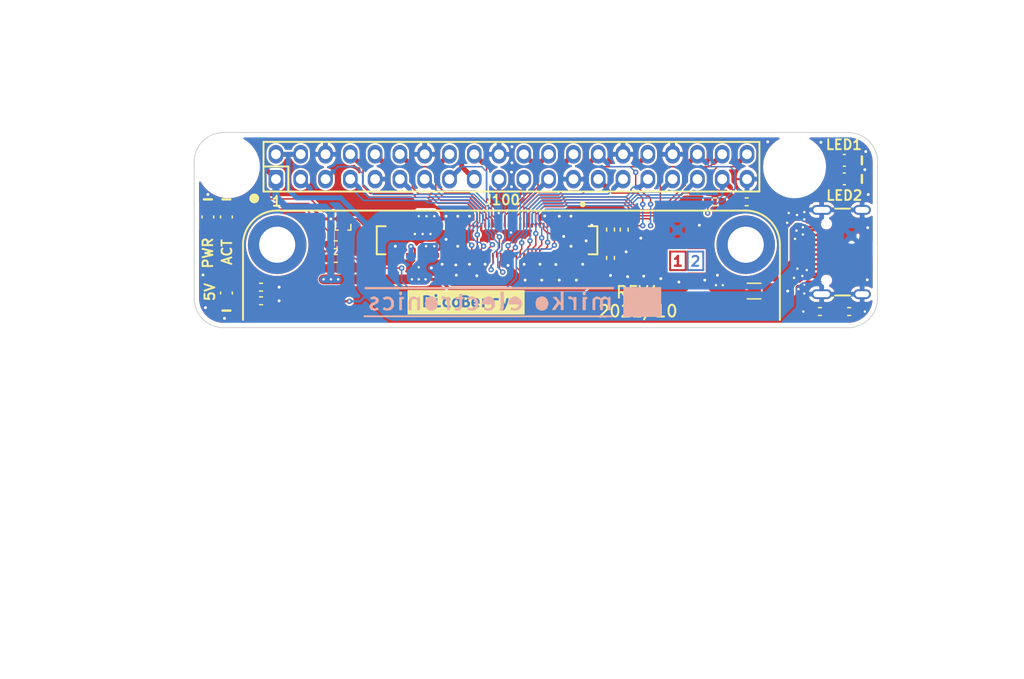
<source format=kicad_pcb>
(kicad_pcb (version 20211014) (generator pcbnew)
  (layers (0 "F.Cu" signal "L1 [TOP]") (31 "B.Cu" signal "L2 [BOT]") (34 "B.Paste" user "Bottom Paste") (35 "F.Paste" user "Top Paste") (36 "B.SilkS" user "Silk [BOT]") (37 "F.SilkS" user "Silk [TOP]") (38 "B.Mask" user "Solder [BOT]") (39 "F.Mask" user "Solder [TOP]") (44 "Edge.Cuts" user))
  (property "PCBProjectName" "123")
  (net 0 "")
  (net 1 "/CM4/CM_GPIO2")
  (net 2 "/CM4/CM_GPIO3")
  (net 3 "/CM4/CM_GPIO4")
  (net 4 "/CM4/CM_GPIO14")
  (net 5 "/CM4/CM_GPIO15")
  (net 6 "/CM4/CM_GPIO17")
  (net 7 "/CM4/CM_GPIO18")
  (net 8 "/CM4/CM_GPIO27")
  (net 9 "/CM4/CM_GPIO22")
  (net 10 "/CM4/CM_GPIO23")
  (net 11 "/CM4/CM_GPIO24")
  (net 12 "/CM4/CM_GPIO10")
  (net 13 "+1V8")
  (net 14 "/CM4/CM_GPIO9")
  (net 15 "/CM4/CM_GPIO25")
  (net 16 "GND")
  (net 17 "/CM4/CM_GPIO11")
  (net 18 "/CM4/CM_GPIO8")
  (net 19 "/CM4/CM_GPIO7")
  (net 20 "/CM4/CM_ID_SD")
  (net 21 "/CM4/CM_ID_SC")
  (net 22 "/CM4/CM_GPIO5")
  (net 23 "/CM4/CM_GPIO6")
  (net 24 "/CM4/CM_GPIO12")
  (net 25 "/CM4/CM_GPIO13")
  (net 26 "/CM4/CM_GPIO19")
  (net 27 "/CM4/CM_GPIO16")
  (net 28 "/CM4/CM_GPIO26")
  (net 29 "/CM4/CM_GPIO20")
  (net 30 "/CM4/CM_GPIO21")
  (net 31 "Net-(LED100-Pad2)")
  (net 32 "Net-(LED101-Pad1)")
  (net 33 "Net-(LED800-Pad2)")
  (net 34 "Net-(LED801-Pad2)")
  (net 41 "+5V")
  (net 42 "+3V3")
  (net 51 "/CM4/CM_nACT")
  (net 72 "/CM4/CM_nPWR")
  (net 77 "Net-(Q902-Pad3)")
  (net 78 "/PWR/USB_CC1")
  (net 82 "/PWR/USB_CC2")
  (net 86 "Net-(LED900-Pad1)")
  (footprint "MirFol_lib.PcbLib:PCB_WRT_9774030151" (layer "F.Cu") (at 170.001102 106.503596 180)
    (fp_text reference "MECH952" hide)
    (fp_text value "M2.5, L = 3.0mm" hide)
  )
  (footprint "MirFol_db_local.DbLib:RES_0603_R" (layer "F.Cu") (at 120.351099 112.253598)
    (fp_text reference "R901" hide)
    (fp_text value "15k" hide)
  )
  (footprint "MirFol_db_local.DbLib:RES_0603_R" (layer "F.Cu") (at 166.851099 102.103598)
    (fp_text reference "R804" hide)
    (fp_text value "15k" hide)
  )
  (footprint "MirFol_db_local.DbLib:PCB_BLANK_COMP_SMD" (layer "F.Cu") (at 143.501101 106.053598)
    (fp_text reference "J103" hide)
    (fp_text value "Mezzanine, 100pin, 3.0mm" hide)
  )
  (footprint "H:_!MirFol_lib_MirFol_lib.PcbLib_CON_XKB_U262-161N-4BVC11" (layer "F.Cu") (at 180.851099 107.253598 90)
    (fp_text reference "J200" hide)
    (fp_text value "U262-161N-4BVC11" hide)
  )
  (footprint "MirFol_lib.PcbLib:PCB_WRT_9774030151" (layer "F.Cu") (at 122.001101 106.503596 180)
    (fp_text reference "MECH953" hide)
    (fp_text value "M2.5, L = 3.0mm" hide)
  )
  (footprint "FT_Footprints.PcbLib:PCB_FID_RND_100x300" (layer "F.Cu") (at 165.151101 112.303598 90)
    (fp_text reference "FID950" hide)
    (fp_text value "Fiducial" hide)
  )
  (footprint "MirFol_db_local.DbLib:LED_0805_GRN_R" (layer "F.Cu") (at 180.101099 97.853595 180)
    (fp_text reference "LED800" hide)
    (fp_text value "Green" hide)
  )
  (footprint "FT_Footprints.PcbLib:PCB_FID_RND_100x300" (layer "F.Cu") (at 181.401099 106.953598)
    (fp_text reference "FID955" hide)
    (fp_text value "Fiducial" hide)
  )
  (footprint "H:_!MirFol_lib_MirFol_db_local.DbLib_RESISTOR$_RES_0603_R" (layer "F.Cu") (at 177.601099 113.353598 180)
    (fp_text reference "R203" hide)
    (fp_text value "5k1" hide)
  )
  (footprint "E:_CM4_PicoBerry_lib_MirFol_lib_Modules.PcbLib_MOD_RPI_CM4_P40_C300_CON1" (layer "F.Cu") (at 146.001102 123.003596 90)
    (fp_text reference "MOD100" hide)
    (fp_text value "RPi CM4 Module" hide)
  )
  (footprint "MirFol_db_local.DbLib:LED_0805_GRN_R" (layer "F.Cu") (at 116.801102 111.453596 90)
    (fp_text reference "LED900" hide)
    (fp_text value "Green" hide)
  )
  (footprint "MirFol_lib.PcbLib:LED_0805_RED_R" (layer "F.Cu") (at 180.101097 99.753596 180)
    (fp_text reference "LED801" hide)
    (fp_text value "Red" hide)
  )
  (footprint "MirFol_db_local.DbLib:LED_0805_RED_R" (layer "F.Cu") (at 114.901099 103.653596 -90)
    (fp_text reference "LED100" hide)
    (fp_text value "Red" hide)
  )
  (footprint "H:_!MirFol_lib_MirFol_db_local.DbLib_RESISTOR$_RES_0603_R" (layer "F.Cu") (at 128.001099 107.903595 180)
    (fp_text reference "R106" hide)
    (fp_text value "15k" hide)
  )
  (footprint "E:_2020-11-04_MirFol_lib.PcbLib_PCB_MH_H270_C600" (layer "F.Cu") (at 175.001099 98.503596 90)
    (fp_text reference "MH953" hide)
    (fp_text value "H270_C600" hide)
  )
  (footprint "E:_2020-11-04_MirFol_lib.PcbLib_PCB_MH_H270_C600" (layer "F.Cu") (at 117.001101 98.503596 90)
    (fp_text reference "MH950" hide)
    (fp_text value "H270_C600" hide)
  )
  (footprint "MirFol_db_local.DbLib:CON_HDR_P254_2X20M_STR" (layer "F.Cu") (at 146.001102 98.503596)
    (fp_text reference "J100")
    (fp_text value "40pin (2x20pin)" hide)
  )
  (footprint "MirFol_db_local.DbLib:RES_0603_R" (layer "F.Cu") (at 120.351099 110.853598 180)
    (fp_text reference "R907" hide)
    (fp_text value "2k" hide)
  )
  (footprint "MirFol_db_local.DbLib:RES_0603_R" (layer "F.Cu") (at 156.151102 107.853598 90)
    (fp_text reference "R107" hide)
    (fp_text value "2k" hide)
  )
  (footprint "E:_Biblioteki_MirFol_nowe_Pineberry_Lib.PcbLib_PCB_STACKUP-2L_A1" (layer "F.Cu") (at 162.001099 109.353598)
    (fp_text reference "PCB950" hide)
    (fp_text value "PCB_LAYER_STACKUP" hide)
  )
  (footprint "MirFol_db_local.DbLib:RES_0603_R" (layer "F.Cu") (at 157.551104 104.953598 -90)
    (fp_text reference "R101" hide)
    (fp_text value "2k" hide)
  )
  (footprint "MirFol_lib.PcbLib:PKG_SOT523_SC75_SOT416_P100_R" (layer "F.Cu") (at 128.751099 104.503598 180)
    (fp_text reference "Q902" hide)
    (fp_text value "DTA143ZE" hide)
  )
  (footprint "MirFol_db_local.DbLib:LED_0805_GRN_R" (layer "F.Cu") (at 116.801102 103.653596 -90)
    (fp_text reference "LED101" hide)
    (fp_text value "Green" hide)
  )
  (footprint "kibuzzard-634662D7" (layer "F.Cu") (at 141.351099 112.403598)
    (fp_text reference "kibuzzard-634662D7" hide)
    (fp_text value "G***" hide)
  )
  (footprint "FT_Footprints.PcbLib:PCB_FID_RND_100x300" (layer "F.Cu") (at 124.751101 112.953595)
    (fp_text reference "FID954" hide)
    (fp_text value "Fiducial" hide)
  )
  (footprint "MirFol_db_local.DbLib:CAP_1206_R" (layer "F.Cu") (at 170.851099 111.253596)
    (fp_text reference "C900" hide)
    (fp_text value "100uF/6V3" hide)
  )
  (footprint "MirFol_db_local.DbLib:RES_0603_R" (layer "F.Cu") (at 156.151102 104.953598 -90)
    (fp_text reference "R102" hide)
    (fp_text value "2k" hide)
  )
  (footprint "H:_!MirFol_lib_MirFol_db_local.DbLib_RESISTOR$_RES_0603_R" (layer "F.Cu") (at 128.001099 106.503596)
    (fp_text reference "R105" hide)
    (fp_text value "2k" hide)
  )
  (footprint "MirFol_db_local.DbLib:RES_0603_R" (layer "F.Cu") (at 170.101102 102.103598)
    (fp_text reference "R805" hide)
    (fp_text value "2k" hide)
  )
  (footprint "H:_!MirFol_lib_MirFol_db_local.DbLib_RESISTOR$_RES_0603_R" (layer "F.Cu") (at 180.601101 113.353598)
    (fp_text reference "R201" hide)
    (fp_text value "5k1" hide)
  )
  (footprint "MirFol_lib.PcbLib:PCB_TP_ICT_100" (layer "B.Cu") (at 163.001101 105.003596 180)
    (fp_text reference "TP915" hide)
    (fp_text value "ICT" hide)
  )
  (footprint "MirFol_lib.PcbLib:PCB_TP_ICT_100" (layer "B.Cu") (at 180.851099 105.603598 180)
    (fp_text reference "TP916" hide)
    (fp_text value "ICT" hide)
  )
  (footprint "MirFol_lib.PcbLib:PCB_TP_ICT_100" (layer "B.Cu") (at 127.501099 106.953595 180)
    (fp_text reference "TP119" hide)
    (fp_text value "ICT" hide)
  )
  (footprint "MirFol_lib.PcbLib:PCB_TP_ICT_100" (layer "B.Cu") (at 135.701102 107.753596 180)
    (fp_text reference "TP120" hide)
    (fp_text value "ICT" hide)
  )
  (footprint "MirFol_lib.PcbLib:PCB_TP_ICT_100" (layer "B.Cu") (at 176.251099 107.478529 180)
    (fp_text reference "TP914" hide)
    (fp_text value "ICT" hide)
  )
  (gr_poly (pts (xy 153.28321 111.899414) (xy 153.28321 111.947954) (xy 153.28321 111.996498) (xy 153.28321 112.04504) (xy 153.28321 112.093582) (xy 153.28321 112.142124) (xy 153.28321 112.190668) (xy 153.28321 112.239208) (xy 153.28321 112.287752) (xy 153.28321 112.336294) (xy 153.28321 112.384836) (xy 153.28321 112.433381) (xy 153.28321 112.481923) (xy 153.28321 112.530464) (xy 153.28321 112.579006) (xy 153.28321 112.627551) (xy 153.28321 112.67609) (xy 153.28321 112.724635) (xy 153.28321 112.773177) (xy 153.28321 112.821719) (xy 153.28321 112.870261) (xy 153.28321 112.918805) (xy 153.28321 112.967344) (xy 153.28321 113.015889) (xy 153.28321 113.064431) (xy 153.28321 113.112973) (xy 153.28321 113.161515) (xy 153.28321 113.210059) (xy 153.623009 113.210059) (xy 153.623009 113.161515) (xy 153.623009 113.112973) (xy 153.623009 113.064431) (xy 153.623009 113.015889) (xy 153.623009 112.967344) (xy 153.623009 112.918805) (xy 153.623009 112.870261) (xy 153.623009 112.821719) (xy 153.623009 112.773177) (xy 153.623009 112.724635) (xy 153.623009 112.67609) (xy 153.623009 112.627551) (xy 153.623009 112.579006) (xy 153.623009 112.530464) (xy 153.623009 112.481923) (xy 153.623009 112.433381) (xy 153.623009 112.384836) (xy 153.623009 112.336294) (xy 153.623009 112.287752) (xy 153.623009 112.239208) (xy 153.623009 112.190668) (xy 153.623009 112.142124) (xy 153.623009 112.093582) (xy 153.768635 112.093582) (xy 153.768635 112.04504) (xy 153.768635 111.996498) (xy 153.768635 111.947954) (xy 153.768635 111.899414) (xy 153.768635 111.85087) (xy 153.28321 111.85087)) (layer "B.SilkS") (width 0) (fill solid))
  (gr_poly (pts (xy 146.244555 111.85087) (xy 146.098925 111.85087) (xy 146.098925 111.899414) (xy 146.001841 111.899414) (xy 146.001841 111.947954) (xy 145.953299 111.947954) (xy 145.953299 111.996498) (xy 145.856212 111.996498) (xy 145.856212 112.04504) (xy 145.856212 112.093582) (xy 145.80767 112.093582) (xy 145.80767 112.142124) (xy 145.80767 112.190668) (xy 145.759128 112.190668) (xy 145.759128 112.239208) (xy 145.759128 112.287752) (xy 145.710587 112.287752) (xy 145.710587 112.336294) (xy 145.710587 112.384836) (xy 145.710587 112.433381) (xy 145.710587 112.481923) (xy 145.710587 112.530464) (xy 145.710587 112.579006) (xy 145.710587 112.627551) (xy 146.729977 112.627551) (xy 146.729977 112.67609) (xy 146.729977 112.724635) (xy 146.729977 112.773177) (xy 146.729977 112.821719) (xy 146.632894 112.821719) (xy 146.632894 112.870261) (xy 146.632894 112.918805) (xy 146.53581 112.918805) (xy 146.53581 112.967344) (xy 146.487268 112.967344) (xy 146.487268 113.015889) (xy 146.196011 113.015889) (xy 146.196011 112.967344) (xy 146.098925 112.967344) (xy 146.098925 112.918805) (xy 145.953299 112.918805) (xy 145.953299 112.967344) (xy 145.953299 113.015889) (xy 145.953299 113.064431) (xy 145.904754 113.064431) (xy 145.904754 113.112973) (xy 145.904754 113.161515) (xy 145.953299 113.161515) (xy 145.953299 113.210059) (xy 146.147469 113.210059) (xy 146.147469 113.258601) (xy 146.53581 113.258601) (xy 146.53581 113.210059) (xy 146.729977 113.210059) (xy 146.729977 113.161515) (xy 146.778522 113.161515) (xy 146.778522 113.112973) (xy 146.827064 113.112973) (xy 146.827064 113.064431) (xy 146.875606 113.064431) (xy 146.875606 113.015889) (xy 146.972692 113.015889) (xy 146.972692 112.967344) (xy 146.972692 112.918805) (xy 146.972692 112.870261) (xy 147.021232 112.870261) (xy 147.021232 112.821719) (xy 147.021232 112.773177) (xy 147.021232 112.724635) (xy 147.069776 112.724635) (xy 147.069776 112.67609) (xy 147.069776 112.627551) (xy 147.069776 112.579006) (xy 147.069776 112.530464) (xy 147.069776 112.481923) (xy 147.069776 112.433381) (xy 147.069776 112.384836) (xy 147.021232 112.384836) (xy 147.021232 112.336294) (xy 147.021232 112.287752) (xy 147.021232 112.239208) (xy 146.972692 112.239208) (xy 146.972692 112.190668) (xy 146.972692 112.142124) (xy 146.972692 112.093582) (xy 146.875606 112.093582) (xy 146.875606 112.04504) (xy 146.827064 112.04504) (xy 146.827064 111.996498) (xy 146.778522 111.996498) (xy 146.778522 111.947954) (xy 146.729977 111.947954) (xy 146.729977 111.899414) (xy 146.632894 111.899414) (xy 146.632894 111.85087) (xy 146.53581 111.85087) (xy 146.53581 111.802328) (xy 146.244555 111.802328)) (layer "B.SilkS") (width 0) (fill solid))
  (gr_poly (pts (xy 133.089547 111.85087) (xy 132.992461 111.85087) (xy 132.992461 111.899414) (xy 132.846835 111.899414) (xy 132.846835 111.947954) (xy 132.846835 111.996498) (xy 132.846835 112.04504) (xy 132.895377 112.04504) (xy 132.895377 112.093582) (xy 132.943922 112.093582) (xy 132.943922 112.142124) (xy 132.943922 112.190668) (xy 132.992461 112.190668) (xy 132.992461 112.142124) (xy 133.089547 112.142124) (xy 133.089547 112.093582) (xy 133.477886 112.093582) (xy 133.477886 112.142124) (xy 133.52643 112.142124) (xy 133.52643 112.190668) (xy 133.574972 112.190668) (xy 133.574972 112.239208) (xy 133.574972 112.287752) (xy 133.623514 112.287752) (xy 133.623514 112.336294) (xy 133.672058 112.336294) (xy 133.672058 112.384836) (xy 133.672058 112.433381) (xy 133.672058 112.481923) (xy 133.672058 112.530464) (xy 133.672058 112.579006) (xy 133.672058 112.627551) (xy 133.672058 112.67609) (xy 133.672058 112.724635) (xy 133.672058 112.773177) (xy 133.623514 112.773177) (xy 133.623514 112.821719) (xy 133.574972 112.821719) (xy 133.574972 112.870261) (xy 133.574972 112.918805) (xy 133.477886 112.918805) (xy 133.477886 112.967344) (xy 133.380802 112.967344) (xy 133.380802 113.015889) (xy 133.138089 113.015889) (xy 133.138089 112.967344) (xy 133.041006 112.967344) (xy 133.041006 112.918805) (xy 132.895377 112.918805) (xy 132.895377 112.967344) (xy 132.895377 113.015889) (xy 132.846835 113.015889) (xy 132.846835 113.064431) (xy 132.846835 113.112973) (xy 132.846835 113.161515) (xy 132.895377 113.161515) (xy 132.895377 113.210059) (xy 133.089547 113.210059) (xy 133.089547 113.258601) (xy 133.477886 113.258601) (xy 133.477886 113.210059) (xy 133.672058 113.210059) (xy 133.672058 113.161515) (xy 133.720598 113.161515) (xy 133.720598 113.112973) (xy 133.769142 113.112973) (xy 133.769142 113.064431) (xy 133.817684 113.064431) (xy 133.817684 113.015889) (xy 133.866226 113.015889) (xy 133.866226 112.967344) (xy 133.866226 112.918805) (xy 133.914768 112.918805) (xy 133.914768 112.870261) (xy 133.963313 112.870261) (xy 133.963313 112.821719) (xy 133.963313 112.773177) (xy 133.963313 112.724635) (xy 133.963313 112.67609) (xy 133.963313 112.627551) (xy 133.963313 112.579006) (xy 133.963313 112.530464) (xy 133.963313 112.481923) (xy 133.963313 112.433381) (xy 133.963313 112.384836) (xy 133.963313 112.336294) (xy 133.963313 112.287752) (xy 133.963313 112.239208) (xy 133.914768 112.239208) (xy 133.914768 112.190668) (xy 133.866226 112.190668) (xy 133.866226 112.142124) (xy 133.866226 112.093582) (xy 133.817684 112.093582) (xy 133.817684 112.04504) (xy 133.769142 112.04504) (xy 133.769142 111.996498) (xy 133.720598 111.996498) (xy 133.720598 111.947954) (xy 133.672058 111.947954) (xy 133.672058 111.899414) (xy 133.574972 111.899414) (xy 133.574972 111.85087) (xy 133.429344 111.85087) (xy 133.429344 111.802328) (xy 133.089547 111.802328)) (layer "B.SilkS") (width 0) (fill solid))
  (gr_poly (pts (xy 134.497282 111.899414) (xy 134.497282 111.947954) (xy 134.497282 111.996498) (xy 134.497282 112.04504) (xy 134.497282 112.093582) (xy 134.497282 112.142124) (xy 134.497282 112.190668) (xy 134.497282 112.239208) (xy 134.497282 112.287752) (xy 134.497282 112.336294) (xy 134.497282 112.384836) (xy 134.497282 112.433381) (xy 134.497282 112.481923) (xy 134.497282 112.530464) (xy 134.497282 112.579006) (xy 134.497282 112.627551) (xy 134.497282 112.67609) (xy 134.497282 112.724635) (xy 134.497282 112.773177) (xy 134.497282 112.821719) (xy 134.497282 112.870261) (xy 134.497282 112.918805) (xy 134.497282 112.967344) (xy 134.497282 113.015889) (xy 134.497282 113.064431) (xy 134.497282 113.112973) (xy 134.497282 113.161515) (xy 134.497282 113.210059) (xy 134.788536 113.210059) (xy 134.788536 113.161515) (xy 134.788536 113.112973) (xy 134.788536 113.064431) (xy 134.788536 113.015889) (xy 134.788536 112.967344) (xy 134.788536 112.918805) (xy 134.788536 112.870261) (xy 134.788536 112.821719) (xy 134.788536 112.773177) (xy 134.788536 112.724635) (xy 134.788536 112.67609) (xy 134.788536 112.627551) (xy 134.788536 112.579006) (xy 134.788536 112.530464) (xy 134.788536 112.481923) (xy 134.788536 112.433381) (xy 134.788536 112.384836) (xy 134.788536 112.336294) (xy 134.788536 112.287752) (xy 134.788536 112.239208) (xy 134.788536 112.190668) (xy 134.788536 112.142124) (xy 134.788536 112.093582) (xy 134.982703 112.093582) (xy 134.982703 112.04504) (xy 134.982703 111.996498) (xy 134.982703 111.947954) (xy 134.982703 111.899414) (xy 134.982703 111.85087) (xy 134.497282 111.85087)) (layer "B.SilkS") (width 0) (fill solid))
  (gr_poly (pts (xy 130.953679 110.880023) (xy 130.953679 110.928563) (xy 130.953679 110.977107) (xy 130.953679 111.025649) (xy 130.953679 111.074191) (xy 156.487011 111.074191) (xy 156.487011 111.025649) (xy 156.487011 110.977107) (xy 156.487011 110.928563) (xy 156.487011 110.880023) (xy 156.487011 110.831479) (xy 130.953679 110.831479)) (layer "B.SilkS") (width 0) (fill solid))
  (gr_poly (pts (xy 157.459402 110.893965) (xy 157.459402 110.942507) (xy 157.459402 110.991049) (xy 157.459402 111.039594) (xy 157.459402 111.088133) (xy 157.459402 111.136678) (xy 157.459402 111.18522) (xy 157.459402 111.233761) (xy 157.459402 111.282303) (xy 157.459402 111.330848) (xy 157.459402 111.379387) (xy 157.459402 111.427932) (xy 157.459402 111.476474) (xy 157.459402 111.525016) (xy 157.459402 111.573558) (xy 157.459402 111.622102) (xy 157.459402 111.670644) (xy 157.459402 111.719186) (xy 157.459402 111.76773) (xy 157.459402 111.81627) (xy 157.459402 111.864814) (xy 157.459402 111.913356) (xy 157.459402 111.961898) (xy 157.459402 112.01044) (xy 157.459402 112.058985) (xy 157.459402 112.107524) (xy 157.459402 112.156068) (xy 157.459402 112.20461) (xy 157.459402 112.253152) (xy 157.459402 112.301694) (xy 157.459402 112.350239) (xy 157.459402 112.398781) (xy 157.459402 112.447323) (xy 157.459402 112.495867) (xy 157.459402 112.544407) (xy 157.459402 112.592951) (xy 157.459402 112.641493) (xy 157.459402 112.690035) (xy 157.459402 112.738577) (xy 157.459402 112.787121) (xy 157.459402 112.835661) (xy 157.459402 112.884205) (xy 157.459402 112.932747) (xy 157.459402 112.981289) (xy 157.459402 113.029831) (xy 157.459402 113.078375) (xy 157.459402 113.126917) (xy 157.459402 113.175459) (xy 157.459402 113.224004) (xy 157.459402 113.272543) (xy 157.459402 113.321088) (xy 157.459402 113.36963) (xy 157.459402 113.418172) (xy 157.459402 113.466714) (xy 157.459402 113.515258) (xy 157.459402 113.563797) (xy 157.459402 113.612342) (xy 157.459402 113.660884) (xy 157.459402 113.709426) (xy 157.459402 113.757968) (xy 157.459402 113.806512) (xy 157.459402 113.855054) (xy 157.459402 113.903596) (xy 161.342798 113.903596) (xy 161.342798 113.855054) (xy 161.342798 113.806512) (xy 161.342798 113.757968) (xy 161.342798 113.709426) (xy 161.342798 113.660884) (xy 161.342798 113.612342) (xy 161.342798 113.563797) (xy 161.342798 113.515258) (xy 161.342798 113.466714) (xy 161.342798 113.418172) (xy 161.342798 113.36963) (xy 161.342798 113.321088) (xy 161.342798 113.272543) (xy 161.342798 113.224004) (xy 161.342798 113.175459) (xy 161.342798 113.126917) (xy 161.342798 113.078375) (xy 161.342798 113.029831) (xy 161.342798 112.981289) (xy 161.342798 112.932747) (xy 161.342798 112.884205) (xy 161.342798 112.835661) (xy 161.342798 112.787121) (xy 161.342798 112.738577) (xy 161.342798 112.690035) (xy 161.342798 112.641493) (xy 161.342798 112.592951) (xy 161.342798 112.544407) (xy 161.342798 112.495867) (xy 161.342798 112.447323) (xy 161.342798 112.398781) (xy 161.342798 112.350239) (xy 161.342798 112.301694) (xy 161.342798 112.253152) (xy 161.342798 112.20461) (xy 161.342798 112.156068) (xy 161.342798 112.107524) (xy 161.342798 112.058985) (xy 161.342798 112.01044) (xy 161.342798 111.961898) (xy 161.342798 111.913356) (xy 161.342798 111.864814) (xy 161.342798 111.81627) (xy 161.342798 111.76773) (xy 161.342798 111.719186) (xy 161.342798 111.670644) (xy 161.342798 111.622102) (xy 161.342798 111.573558) (xy 161.342798 111.525016) (xy 161.342798 111.476474) (xy 161.342798 111.427932) (xy 161.342798 111.379387) (xy 161.342798 111.330848) (xy 161.342798 111.282303) (xy 161.342798 111.233761) (xy 161.342798 111.18522) (xy 161.342798 111.136678) (xy 161.342798 111.088133) (xy 161.342798 111.039594) (xy 161.342798 110.991049) (xy 161.342798 110.942507) (xy 161.342798 110.893965) (xy 161.342798 110.845423) (xy 157.459402 110.845423)) (layer "B.SilkS") (width 0) (fill solid))
  (gr_poly (pts (xy 131.778902 111.85087) (xy 131.633274 111.85087) (xy 131.633274 111.899414) (xy 131.536188 111.899414) (xy 131.536188 111.947954) (xy 131.536188 111.996498) (xy 131.584732 111.996498) (xy 131.584732 112.04504) (xy 131.584732 112.093582) (xy 131.633274 112.093582) (xy 131.633274 112.142124) (xy 131.681816 112.142124) (xy 131.681816 112.093582) (xy 132.070157 112.093582) (xy 132.070157 112.142124) (xy 132.070157 112.190668) (xy 132.070157 112.239208) (xy 132.070157 112.287752) (xy 132.070157 112.336294) (xy 131.97307 112.336294) (xy 131.97307 112.384836) (xy 131.875986 112.384836) (xy 131.875986 112.433381) (xy 131.730358 112.433381) (xy 131.730358 112.481923) (xy 131.633274 112.481923) (xy 131.633274 112.530464) (xy 131.584732 112.530464) (xy 131.584732 112.579006) (xy 131.536188 112.579006) (xy 131.536188 112.627551) (xy 131.536188 112.67609) (xy 131.487648 112.67609) (xy 131.487648 112.724635) (xy 131.487648 112.773177) (xy 131.439104 112.773177) (xy 131.439104 112.821719) (xy 131.439104 112.870261) (xy 131.439104 112.918805) (xy 131.487648 112.918805) (xy 131.487648 112.967344) (xy 131.487648 113.015889) (xy 131.536188 113.015889) (xy 131.536188 113.064431) (xy 131.536188 113.112973) (xy 131.584732 113.112973) (xy 131.584732 113.161515) (xy 131.633274 113.161515) (xy 131.633274 113.210059) (xy 131.827444 113.210059) (xy 131.827444 113.258601) (xy 132.16724 113.258601) (xy 132.16724 113.210059) (xy 132.361411 113.210059) (xy 132.361411 113.161515) (xy 132.409953 113.161515) (xy 132.409953 113.112973) (xy 132.361411 113.112973) (xy 132.361411 113.064431) (xy 132.361411 113.015889) (xy 132.312869 113.015889) (xy 132.312869 112.967344) (xy 132.312869 112.918805) (xy 132.215785 112.918805) (xy 132.215785 112.967344) (xy 132.118699 112.967344) (xy 132.118699 113.015889) (xy 131.875986 113.015889) (xy 131.875986 112.967344) (xy 131.827444 112.967344) (xy 131.827444 112.918805) (xy 131.778902 112.918805) (xy 131.778902 112.870261) (xy 131.778902 112.821719) (xy 131.778902 112.773177) (xy 131.827444 112.773177) (xy 131.827444 112.724635) (xy 131.924528 112.724635) (xy 131.924528 112.67609) (xy 131.97307 112.67609) (xy 131.97307 112.627551) (xy 132.118699 112.627551) (xy 132.118699 112.579006) (xy 132.16724 112.579006) (xy 132.16724 112.530464) (xy 132.264324 112.530464) (xy 132.264324 112.481923) (xy 132.312869 112.481923) (xy 132.312869 112.433381) (xy 132.361411 112.433381) (xy 132.361411 112.384836) (xy 132.361411 112.336294) (xy 132.409953 112.336294) (xy 132.409953 112.287752) (xy 132.409953 112.239208) (xy 132.409953 112.190668) (xy 132.409953 112.142124) (xy 132.409953 112.093582) (xy 132.361411 112.093582) (xy 132.361411 112.04504) (xy 132.361411 111.996498) (xy 132.312869 111.996498) (xy 132.312869 111.947954) (xy 132.264324 111.947954) (xy 132.264324 111.899414) (xy 132.16724 111.899414) (xy 132.16724 111.85087) (xy 132.070157 111.85087) (xy 132.070157 111.802328) (xy 131.778902 111.802328)) (layer "B.SilkS") (width 0) (fill solid))
  (gr_poly (pts (xy 153.331752 111.365445) (xy 153.331752 111.413987) (xy 153.28321 111.413987) (xy 153.28321 111.462532) (xy 153.28321 111.511071) (xy 153.28321 111.559616) (xy 153.28321 111.608157) (xy 153.331752 111.608157) (xy 153.331752 111.656699) (xy 153.380294 111.656699) (xy 153.380294 111.705244) (xy 153.525923 111.705244) (xy 153.525923 111.656699) (xy 153.525923 111.608157) (xy 153.623009 111.608157) (xy 153.623009 111.559616) (xy 153.623009 111.511071) (xy 153.623009 111.462532) (xy 153.623009 111.413987) (xy 153.574465 111.413987) (xy 153.574465 111.365445) (xy 153.525923 111.365445) (xy 153.525923 111.316903) (xy 153.331752 111.316903)) (layer "B.SilkS") (width 0) (fill solid))
  (gr_poly (pts (xy 135.856469 111.85087) (xy 135.759382 111.85087) (xy 135.759382 111.899414) (xy 135.662298 111.899414) (xy 135.662298 111.947954) (xy 135.613756 111.947954) (xy 135.613756 111.996498) (xy 135.565214 111.996498) (xy 135.565214 112.04504) (xy 135.516672 112.04504) (xy 135.516672 112.093582) (xy 135.516672 112.142124) (xy 135.516672 112.190668) (xy 135.516672 112.239208) (xy 135.468128 112.239208) (xy 135.468128 112.287752) (xy 135.468128 112.336294) (xy 135.468128 112.384836) (xy 135.468128 112.433381) (xy 135.468128 112.481923) (xy 135.468128 112.530464) (xy 135.468128 112.579006) (xy 135.468128 112.627551) (xy 135.468128 112.67609) (xy 135.468128 112.724635) (xy 135.468128 112.773177) (xy 135.468128 112.821719) (xy 135.468128 112.870261) (xy 135.468128 112.918805) (xy 135.468128 112.967344) (xy 135.468128 113.015889) (xy 135.468128 113.064431) (xy 135.468128 113.112973) (xy 135.468128 113.161515) (xy 135.468128 113.210059) (xy 135.759382 113.210059) (xy 135.759382 113.161515) (xy 135.759382 113.112973) (xy 135.759382 113.064431) (xy 135.759382 113.015889) (xy 135.759382 112.967344) (xy 135.759382 112.918805) (xy 135.759382 112.870261) (xy 135.759382 112.821719) (xy 135.759382 112.773177) (xy 135.759382 112.724635) (xy 135.759382 112.67609) (xy 135.759382 112.627551) (xy 135.759382 112.579006) (xy 135.759382 112.530464) (xy 135.759382 112.481923) (xy 135.759382 112.433381) (xy 135.759382 112.384836) (xy 135.759382 112.336294) (xy 135.807927 112.336294) (xy 135.807927 112.287752) (xy 135.807927 112.239208) (xy 135.807927 112.190668) (xy 135.807927 112.142124) (xy 135.856469 112.142124) (xy 135.856469 112.093582) (xy 136.244809 112.093582) (xy 136.244809 112.142124) (xy 136.293351 112.142124) (xy 136.293351 112.190668) (xy 136.341893 112.190668) (xy 136.341893 112.239208) (xy 136.341893 112.287752) (xy 136.341893 112.336294) (xy 136.341893 112.384836) (xy 136.341893 112.433381) (xy 136.341893 112.481923) (xy 136.341893 112.530464) (xy 136.341893 112.579006) (xy 136.341893 112.627551) (xy 136.341893 112.67609) (xy 136.341893 112.724635) (xy 136.341893 112.773177) (xy 136.341893 112.821719) (xy 136.341893 112.870261) (xy 136.341893 112.918805) (xy 136.341893 112.967344) (xy 136.341893 113.015889) (xy 136.341893 113.064431) (xy 136.341893 113.112973) (xy 136.341893 113.161515) (xy 136.341893 113.210059) (xy 136.633147 113.210059) (xy 136.633147 113.161515) (xy 136.633147 113.112973) (xy 136.633147 113.064431) (xy 136.633147 113.015889) (xy 136.633147 112.967344) (xy 136.633147 112.918805) (xy 136.633147 112.870261) (xy 136.633147 112.821719) (xy 136.633147 112.773177) (xy 136.633147 112.724635) (xy 136.633147 112.67609) (xy 136.633147 112.627551) (xy 136.633147 112.579006) (xy 136.633147 112.530464) (xy 136.633147 112.481923) (xy 136.633147 112.433381) (xy 136.633147 112.384836) (xy 136.633147 112.336294) (xy 136.633147 112.287752) (xy 136.633147 112.239208) (xy 136.633147 112.190668) (xy 136.633147 112.142124) (xy 136.633147 112.093582) (xy 136.633147 112.04504) (xy 136.633147 111.996498) (xy 136.633147 111.947954) (xy 136.633147 111.899414) (xy 136.633147 111.85087) (xy 136.438977 111.85087) (xy 136.438977 111.899414) (xy 136.390435 111.899414) (xy 136.390435 111.947954) (xy 136.390435 111.996498) (xy 136.341893 111.996498) (xy 136.341893 111.947954) (xy 136.293351 111.947954) (xy 136.293351 111.899414) (xy 136.196265 111.899414) (xy 136.196265 111.85087) (xy 136.099181 111.85087) (xy 136.099181 111.802328) (xy 135.856469 111.802328)) (layer "B.SilkS") (width 0) (fill solid))
  (gr_poly (pts (xy 144.885363 111.316903) (xy 144.885363 111.365445) (xy 144.885363 111.413987) (xy 144.885363 111.462532) (xy 144.885363 111.511071) (xy 144.885363 111.559616) (xy 144.885363 111.608157) (xy 144.885363 111.656699) (xy 144.885363 111.705244) (xy 144.885363 111.753786) (xy 144.885363 111.802328) (xy 144.885363 111.85087) (xy 144.885363 111.899414) (xy 144.885363 111.947954) (xy 144.885363 111.996498) (xy 144.885363 112.04504) (xy 144.885363 112.093582) (xy 144.885363 112.142124) (xy 144.885363 112.190668) (xy 144.885363 112.239208) (xy 144.885363 112.287752) (xy 144.885363 112.336294) (xy 144.885363 112.384836) (xy 144.885363 112.433381) (xy 144.885363 112.481923) (xy 144.885363 112.530464) (xy 144.885363 112.579006) (xy 144.885363 112.627551) (xy 144.885363 112.67609) (xy 144.885363 112.724635) (xy 144.885363 112.773177) (xy 144.885363 112.821719) (xy 144.885363 112.870261) (xy 144.885363 112.918805) (xy 144.885363 112.967344) (xy 144.885363 113.015889) (xy 144.836821 113.015889) (xy 144.836821 113.064431) (xy 144.836821 113.112973) (xy 144.739738 113.112973) (xy 144.739738 113.161515) (xy 144.788279 113.161515) (xy 144.788279 113.210059) (xy 144.885363 113.210059) (xy 144.885363 113.258601) (xy 145.079534 113.258601) (xy 145.079534 113.210059) (xy 145.128076 113.210059) (xy 145.128076 113.161515) (xy 145.176618 113.161515) (xy 145.176618 113.112973) (xy 145.176618 113.064431) (xy 145.176618 113.015889) (xy 145.225162 113.015889) (xy 145.225162 112.967344) (xy 145.225162 112.918805) (xy 145.225162 112.870261) (xy 145.225162 112.821719) (xy 145.225162 112.773177) (xy 145.225162 112.724635) (xy 145.225162 112.67609) (xy 145.225162 112.627551) (xy 145.225162 112.579006) (xy 145.225162 112.530464) (xy 145.225162 112.481923) (xy 145.225162 112.433381) (xy 145.225162 112.384836) (xy 145.225162 112.336294) (xy 145.225162 112.287752) (xy 145.225162 112.239208) (xy 145.225162 112.190668) (xy 145.225162 112.142124) (xy 145.225162 112.093582) (xy 145.225162 112.04504) (xy 145.225162 111.996498) (xy 145.225162 111.947954) (xy 145.225162 111.899414) (xy 145.225162 111.85087) (xy 145.225162 111.802328) (xy 145.225162 111.753786) (xy 145.225162 111.705244) (xy 145.225162 111.656699) (xy 145.225162 111.608157) (xy 145.225162 111.559616) (xy 145.225162 111.511071) (xy 145.225162 111.462532) (xy 145.225162 111.413987) (xy 145.225162 111.365445) (xy 145.225162 111.316903) (xy 144.933908 111.316903) (xy 144.933908 111.268361) (xy 144.885363 111.268361)) (layer "B.SilkS") (width 0) (fill solid))
  (gr_poly (pts (xy 140.662171 111.559616) (xy 140.662171 111.608157) (xy 140.662171 111.656699) (xy 140.662171 111.705244) (xy 140.662171 111.753786) (xy 140.662171 111.802328) (xy 140.662171 111.85087) (xy 140.273833 111.85087) (xy 140.273833 111.899414) (xy 140.273833 111.947954) (xy 140.273833 111.996498) (xy 140.273833 112.04504) (xy 140.273833 112.093582) (xy 140.662171 112.093582) (xy 140.662171 112.142124) (xy 140.662171 112.190668) (xy 140.662171 112.239208) (xy 140.662171 112.287752) (xy 140.662171 112.336294) (xy 140.662171 112.384836) (xy 140.662171 112.433381) (xy 140.662171 112.481923) (xy 140.662171 112.530464) (xy 140.662171 112.579006) (xy 140.662171 112.627551) (xy 140.662171 112.67609) (xy 140.662171 112.724635) (xy 140.662171 112.773177) (xy 140.662171 112.821719) (xy 140.613629 112.821719) (xy 140.613629 112.870261) (xy 140.613629 112.918805) (xy 140.565088 112.918805) (xy 140.565088 112.967344) (xy 140.516543 112.967344) (xy 140.516543 113.015889) (xy 140.273833 113.015889) (xy 140.273833 112.967344) (xy 140.225289 112.967344) (xy 140.225289 113.015889) (xy 140.225289 113.064431) (xy 140.225289 113.112973) (xy 140.225289 113.161515) (xy 140.225289 113.210059) (xy 140.273833 113.210059) (xy 140.273833 113.258601) (xy 140.662171 113.258601) (xy 140.662171 113.210059) (xy 140.759258 113.210059) (xy 140.759258 113.161515) (xy 140.8078 113.161515) (xy 140.8078 113.112973) (xy 140.856342 113.112973) (xy 140.856342 113.064431) (xy 140.856342 113.015889) (xy 140.904884 113.015889) (xy 140.904884 112.967344) (xy 140.904884 112.918805) (xy 140.953426 112.918805) (xy 140.953426 112.870261) (xy 140.953426 112.821719) (xy 140.953426 112.773177) (xy 140.953426 112.724635) (xy 140.953426 112.67609) (xy 140.953426 112.627551) (xy 140.953426 112.579006) (xy 140.953426 112.530464) (xy 140.953426 112.481923) (xy 140.953426 112.433381) (xy 140.953426 112.384836) (xy 140.953426 112.336294) (xy 140.953426 112.287752) (xy 140.953426 112.239208) (xy 140.953426 112.190668) (xy 140.953426 112.142124) (xy 140.953426 112.093582) (xy 141.099054 112.093582) (xy 141.099054 112.04504) (xy 141.099054 111.996498) (xy 141.099054 111.947954) (xy 141.099054 111.899414) (xy 141.099054 111.85087) (xy 140.953426 111.85087) (xy 140.953426 111.802328) (xy 140.953426 111.753786) (xy 140.953426 111.705244) (xy 140.953426 111.656699) (xy 140.953426 111.608157) (xy 140.953426 111.559616) (xy 140.856342 111.559616) (xy 140.856342 111.511071) (xy 140.662171 111.511071)) (layer "B.SilkS") (width 0) (fill solid))
  (gr_poly (pts (xy 130.856595 113.792568) (xy 130.856595 113.84111) (xy 130.856595 113.889651) (xy 130.856595 113.938196) (xy 156.389928 113.938196) (xy 156.389928 113.889651) (xy 156.389928 113.84111) (xy 156.389928 113.792568) (xy 156.389928 113.744026) (xy 130.856595 113.744026)) (layer "B.SilkS") (width 0) (fill solid))
  (gr_poly (pts (xy 137.603996 111.85087) (xy 137.50691 111.85087) (xy 137.50691 111.899414) (xy 137.409826 111.899414) (xy 137.409826 111.947954) (xy 137.361284 111.947954) (xy 137.361284 111.996498) (xy 137.312742 111.996498) (xy 137.312742 112.04504) (xy 137.2642 112.04504) (xy 137.2642 112.093582) (xy 137.215656 112.093582) (xy 137.215656 112.142124) (xy 137.215656 112.190668) (xy 137.215656 112.239208) (xy 137.215656 112.287752) (xy 137.167114 112.287752) (xy 137.167114 112.336294) (xy 137.167114 112.384836) (xy 137.167114 112.433381) (xy 137.167114 112.481923) (xy 137.118572 112.481923) (xy 137.118572 112.530464) (xy 137.118572 112.579006) (xy 137.118572 112.627551) (xy 137.167114 112.627551) (xy 137.167114 112.67609) (xy 137.167114 112.724635) (xy 137.167114 112.773177) (xy 137.167114 112.821719) (xy 137.215656 112.821719) (xy 137.215656 112.870261) (xy 137.215656 112.918805) (xy 137.215656 112.967344) (xy 137.2642 112.967344) (xy 137.2642 113.015889) (xy 137.312742 113.015889) (xy 137.312742 113.064431) (xy 137.312742 113.112973) (xy 137.409826 113.112973) (xy 137.409826 113.161515) (xy 137.458368 113.161515) (xy 137.458368 113.210059) (xy 137.603996 113.210059) (xy 137.603996 113.258601) (xy 137.943792 113.258601) (xy 137.943792 113.210059) (xy 138.137963 113.210059) (xy 138.137963 113.161515) (xy 138.186505 113.161515) (xy 138.186505 113.112973) (xy 138.235046 113.112973) (xy 138.235046 113.064431) (xy 138.283591 113.064431) (xy 138.283591 113.015889) (xy 138.332133 113.015889) (xy 138.332133 112.967344) (xy 138.332133 112.918805) (xy 138.380675 112.918805) (xy 138.380675 112.870261) (xy 138.380675 112.821719) (xy 138.429219 112.821719) (xy 138.429219 112.773177) (xy 138.429219 112.724635) (xy 138.429219 112.67609) (xy 138.429219 112.627551) (xy 138.429219 112.579006) (xy 138.429219 112.530464) (xy 138.429219 112.481923) (xy 138.429219 112.433381) (xy 138.429219 112.384836) (xy 138.429219 112.336294) (xy 138.429219 112.287752) (xy 138.429219 112.239208) (xy 138.380675 112.239208) (xy 138.380675 112.190668) (xy 138.380675 112.142124) (xy 138.332133 112.142124) (xy 138.332133 112.093582) (xy 138.332133 112.04504) (xy 138.283591 112.04504) (xy 138.283591 111.996498) (xy 138.235046 111.996498) (xy 138.235046 111.947954) (xy 138.186505 111.947954) (xy 138.186505 111.899414) (xy 138.040879 111.899414) (xy 138.040879 111.85087) (xy 137.943792 111.85087) (xy 137.943792 111.802328) (xy 137.603996 111.802328)) (layer "B.SilkS") (width 0) (fill solid))
  (gr_poly (pts (xy 143.526176 111.85087) (xy 143.380548 111.85087) (xy 143.380548 111.899414) (xy 143.283464 111.899414) (xy 143.283464 111.947954) (xy 143.18638 111.947954) (xy 143.18638 111.996498) (xy 143.137836 111.996498) (xy 143.137836 112.04504) (xy 143.137836 112.093582) (xy 143.089294 112.093582) (xy 143.089294 112.142124) (xy 143.089294 112.190668) (xy 143.040752 112.190668) (xy 143.040752 112.239208) (xy 143.040752 112.287752) (xy 142.992207 112.287752) (xy 142.992207 112.336294) (xy 142.992207 112.384836) (xy 142.992207 112.433381) (xy 142.992207 112.481923) (xy 142.992207 112.530464) (xy 142.992207 112.579006) (xy 142.992207 112.627551) (xy 144.011601 112.627551) (xy 144.011601 112.67609) (xy 144.011601 112.724635) (xy 144.011601 112.773177) (xy 144.011601 112.821719) (xy 143.914514 112.821719) (xy 143.914514 112.870261) (xy 143.914514 112.918805) (xy 143.817431 112.918805) (xy 143.817431 112.967344) (xy 143.768889 112.967344) (xy 143.768889 113.015889) (xy 143.477634 113.015889) (xy 143.477634 112.967344) (xy 143.380548 112.967344) (xy 143.380548 112.918805) (xy 143.234922 112.918805) (xy 143.234922 112.967344) (xy 143.234922 113.015889) (xy 143.18638 113.015889) (xy 143.18638 113.064431) (xy 143.18638 113.112973) (xy 143.18638 113.161515) (xy 143.234922 113.161515) (xy 143.234922 113.210059) (xy 143.42909 113.210059) (xy 143.42909 113.258601) (xy 143.817431 113.258601) (xy 143.817431 113.210059) (xy 144.011601 113.210059) (xy 144.011601 113.161515) (xy 144.060143 113.161515) (xy 144.060143 113.112973) (xy 144.108685 113.112973) (xy 144.108685 113.064431) (xy 144.157227 113.064431) (xy 144.157227 113.015889) (xy 144.205771 113.015889) (xy 144.205771 112.967344) (xy 144.205771 112.918805) (xy 144.254313 112.918805) (xy 144.254313 112.870261) (xy 144.302855 112.870261) (xy 144.302855 112.821719) (xy 144.302855 112.773177) (xy 144.302855 112.724635) (xy 144.302855 112.67609) (xy 144.302855 112.627551) (xy 144.302855 112.579006) (xy 144.302855 112.530464) (xy 144.302855 112.481923) (xy 144.302855 112.433381) (xy 144.302855 112.384836) (xy 144.302855 112.336294) (xy 144.302855 112.287752) (xy 144.302855 112.239208) (xy 144.254313 112.239208) (xy 144.254313 112.190668) (xy 144.205771 112.190668) (xy 144.205771 112.142124) (xy 144.205771 112.093582) (xy 144.157227 112.093582) (xy 144.157227 112.04504) (xy 144.108685 112.04504) (xy 144.108685 111.996498) (xy 144.060143 111.996498) (xy 144.060143 111.947954) (xy 144.011601 111.947954) (xy 144.011601 111.899414) (xy 143.914514 111.899414) (xy 143.914514 111.85087) (xy 143.817431 111.85087) (xy 143.817431 111.802328) (xy 143.526176 111.802328)) (layer "B.SilkS") (width 0) (fill solid))
  (gr_poly (pts (xy 138.866099 111.85087) (xy 138.817557 111.85087) (xy 138.817557 111.899414) (xy 138.866099 111.899414) (xy 138.866099 111.947954) (xy 138.866099 111.996498) (xy 138.866099 112.04504) (xy 138.914641 112.04504) (xy 138.914641 112.093582) (xy 139.25444 112.093582) (xy 139.25444 112.142124) (xy 139.302982 112.142124) (xy 139.302982 112.190668) (xy 139.351524 112.190668) (xy 139.351524 112.239208) (xy 139.351524 112.287752) (xy 139.351524 112.336294) (xy 139.400066 112.336294) (xy 139.400066 112.384836) (xy 139.400066 112.433381) (xy 139.400066 112.481923) (xy 139.400066 112.530464) (xy 139.400066 112.579006) (xy 139.400066 112.627551) (xy 139.400066 112.67609) (xy 139.400066 112.724635) (xy 139.400066 112.773177) (xy 139.400066 112.821719) (xy 139.400066 112.870261) (xy 139.400066 112.918805) (xy 139.400066 112.967344) (xy 139.400066 113.015889) (xy 139.400066 113.064431) (xy 139.400066 113.112973) (xy 139.400066 113.161515) (xy 139.400066 113.210059) (xy 139.69132 113.210059) (xy 139.69132 113.161515) (xy 139.69132 113.112973) (xy 139.69132 113.064431) (xy 139.69132 113.015889) (xy 139.69132 112.967344) (xy 139.69132 112.918805) (xy 139.69132 112.870261) (xy 139.69132 112.821719) (xy 139.69132 112.773177) (xy 139.69132 112.724635) (xy 139.69132 112.67609) (xy 139.69132 112.627551) (xy 139.69132 112.579006) (xy 139.69132 112.530464) (xy 139.69132 112.481923) (xy 139.69132 112.433381) (xy 139.69132 112.384836) (xy 139.69132 112.336294) (xy 139.69132 112.287752) (xy 139.69132 112.239208) (xy 139.69132 112.190668) (xy 139.69132 112.142124) (xy 139.69132 112.093582) (xy 139.69132 112.04504) (xy 139.69132 111.996498) (xy 139.69132 111.947954) (xy 139.69132 111.899414) (xy 139.69132 111.85087) (xy 139.400066 111.85087) (xy 139.400066 111.899414) (xy 139.400066 111.947954) (xy 139.400066 111.996498) (xy 139.351524 111.996498) (xy 139.351524 111.947954) (xy 139.351524 111.899414) (xy 139.25444 111.899414) (xy 139.25444 111.85087) (xy 139.157353 111.85087) (xy 139.157353 111.802328) (xy 138.866099 111.802328)) (layer "B.SilkS") (width 0) (fill solid))
  (gr_poly (pts (xy 151.050256 111.316903) (xy 151.050256 111.365445) (xy 151.050256 111.413987) (xy 151.050256 111.462532) (xy 151.050256 111.511071) (xy 151.050256 111.559616) (xy 151.050256 111.608157) (xy 151.050256 111.656699) (xy 151.050256 111.705244) (xy 151.050256 111.753786) (xy 151.050256 111.802328) (xy 151.050256 111.85087) (xy 151.050256 111.899414) (xy 151.050256 111.947954) (xy 151.050256 111.996498) (xy 151.050256 112.04504) (xy 151.050256 112.093582) (xy 151.050256 112.142124) (xy 151.050256 112.190668) (xy 151.050256 112.239208) (xy 151.050256 112.287752) (xy 151.050256 112.336294) (xy 151.050256 112.384836) (xy 151.001714 112.384836) (xy 151.001714 112.336294) (xy 150.953169 112.336294) (xy 150.953169 112.287752) (xy 150.90463 112.287752) (xy 150.90463 112.239208) (xy 150.90463 112.190668) (xy 150.856085 112.190668) (xy 150.856085 112.142124) (xy 150.807544 112.142124) (xy 150.807544 112.093582) (xy 150.759002 112.093582) (xy 150.759002 112.04504) (xy 150.71046 112.04504) (xy 150.71046 111.996498) (xy 150.71046 111.947954) (xy 150.661915 111.947954) (xy 150.661915 111.899414) (xy 150.613376 111.899414) (xy 150.613376 111.85087) (xy 150.225033 111.85087) (xy 150.225033 111.899414) (xy 150.273577 111.899414) (xy 150.273577 111.947954) (xy 150.322119 111.947954) (xy 150.322119 111.996498) (xy 150.370661 111.996498) (xy 150.370661 112.04504) (xy 150.370661 112.093582) (xy 150.467747 112.093582) (xy 150.467747 112.142124) (xy 150.516289 112.142124) (xy 150.516289 112.190668) (xy 150.564831 112.190668) (xy 150.564831 112.239208) (xy 150.613376 112.239208) (xy 150.613376 112.287752) (xy 150.613376 112.336294) (xy 150.661915 112.336294) (xy 150.661915 112.384836) (xy 150.661915 112.433381) (xy 150.613376 112.433381) (xy 150.613376 112.481923) (xy 150.613376 112.530464) (xy 150.564831 112.530464) (xy 150.564831 112.579006) (xy 150.516289 112.579006) (xy 150.516289 112.627551) (xy 150.516289 112.67609) (xy 150.467747 112.67609) (xy 150.467747 112.724635) (xy 150.419205 112.724635) (xy 150.419205 112.773177) (xy 150.370661 112.773177) (xy 150.370661 112.821719) (xy 150.370661 112.870261) (xy 150.322119 112.870261) (xy 150.322119 112.918805) (xy 150.273577 112.918805) (xy 150.273577 112.967344) (xy 150.273577 113.015889) (xy 150.225033 113.015889) (xy 150.225033 113.064431) (xy 150.225033 113.112973) (xy 150.176493 113.112973) (xy 150.176493 113.161515) (xy 150.176493 113.210059) (xy 150.516289 113.210059) (xy 150.516289 113.161515) (xy 150.516289 113.112973) (xy 150.564831 113.112973) (xy 150.564831 113.064431) (xy 150.613376 113.064431) (xy 150.613376 113.015889) (xy 150.613376 112.967344) (xy 150.661915 112.967344) (xy 150.661915 112.918805) (xy 150.71046 112.918805) (xy 150.71046 112.870261) (xy 150.71046 112.821719) (xy 150.759002 112.821719) (xy 150.759002 112.773177) (xy 150.807544 112.773177) (xy 150.807544 112.724635) (xy 150.807544 112.67609) (xy 150.856085 112.67609) (xy 150.856085 112.627551) (xy 150.953169 112.627551) (xy 150.953169 112.67609) (xy 151.001714 112.67609) (xy 151.001714 112.724635) (xy 151.050256 112.724635) (xy 151.050256 112.773177) (xy 151.050256 112.821719) (xy 151.050256 112.870261) (xy 151.050256 112.918805) (xy 151.050256 112.967344) (xy 151.050256 113.015889) (xy 151.050256 113.064431) (xy 151.050256 113.112973) (xy 151.050256 113.161515) (xy 151.050256 113.210059) (xy 151.341513 113.210059) (xy 151.341513 113.161515) (xy 151.341513 113.112973) (xy 151.341513 113.064431) (xy 151.341513 113.015889) (xy 151.341513 112.967344) (xy 151.341513 112.918805) (xy 151.341513 112.870261) (xy 151.341513 112.821719) (xy 151.341513 112.773177) (xy 151.341513 112.724635) (xy 151.341513 112.67609) (xy 151.341513 112.627551) (xy 151.341513 112.579006) (xy 151.341513 112.530464) (xy 151.341513 112.481923) (xy 151.341513 112.433381) (xy 151.341513 112.384836) (xy 151.341513 112.336294) (xy 151.341513 112.287752) (xy 151.341513 112.239208) (xy 151.341513 112.190668) (xy 151.341513 112.142124) (xy 151.341513 112.093582) (xy 151.341513 112.04504) (xy 151.341513 111.996498) (xy 151.341513 111.947954) (xy 151.341513 111.899414) (xy 151.341513 111.85087) (xy 151.341513 111.802328) (xy 151.341513 111.753786) (xy 151.341513 111.705244) (xy 151.341513 111.656699) (xy 151.341513 111.608157) (xy 151.341513 111.559616) (xy 151.341513 111.511071) (xy 151.341513 111.462532) (xy 151.341513 111.413987) (xy 151.341513 111.365445) (xy 151.341513 111.316903) (xy 151.098798 111.316903) (xy 151.098798 111.268361) (xy 151.050256 111.268361)) (layer "B.SilkS") (width 0) (fill solid))
  (gr_poly (pts (xy 134.545821 111.365445) (xy 134.497282 111.365445) (xy 134.497282 111.413987) (xy 134.497282 111.462532) (xy 134.497282 111.511071) (xy 134.497282 111.559616) (xy 134.497282 111.608157) (xy 134.545821 111.608157) (xy 134.545821 111.656699) (xy 134.594365 111.656699) (xy 134.594365 111.705244) (xy 134.691449 111.705244) (xy 134.691449 111.656699) (xy 134.739991 111.656699) (xy 134.739991 111.608157) (xy 134.788536 111.608157) (xy 134.788536 111.559616) (xy 134.788536 111.511071) (xy 134.788536 111.462532) (xy 134.788536 111.413987) (xy 134.788536 111.365445) (xy 134.739991 111.365445) (xy 134.739991 111.316903) (xy 134.545821 111.316903)) (layer "B.SilkS") (width 0) (fill solid))
  (gr_poly (pts (xy 154.6424 111.85087) (xy 154.545314 111.85087) (xy 154.545314 111.899414) (xy 154.44823 111.899414) (xy 154.44823 111.947954) (xy 154.399685 111.947954) (xy 154.399685 111.996498) (xy 154.351146 111.996498) (xy 154.351146 112.04504) (xy 154.351146 112.093582) (xy 154.302601 112.093582) (xy 154.302601 112.142124) (xy 154.302601 112.190668) (xy 154.302601 112.239208) (xy 154.302601 112.287752) (xy 154.302601 112.336294) (xy 154.302601 112.384836) (xy 154.302601 112.433381) (xy 154.302601 112.481923) (xy 154.302601 112.530464) (xy 154.302601 112.579006) (xy 154.302601 112.627551) (xy 154.302601 112.67609) (xy 154.302601 112.724635) (xy 154.302601 112.773177) (xy 154.302601 112.821719) (xy 154.302601 112.870261) (xy 154.302601 112.918805) (xy 154.302601 112.967344) (xy 154.302601 113.015889) (xy 154.302601 113.064431) (xy 154.302601 113.112973) (xy 154.302601 113.161515) (xy 154.302601 113.210059) (xy 154.593856 113.210059) (xy 154.593856 113.161515) (xy 154.593856 113.112973) (xy 154.593856 113.064431) (xy 154.593856 113.015889) (xy 154.593856 112.967344) (xy 154.593856 112.918805) (xy 154.593856 112.870261) (xy 154.593856 112.821719) (xy 154.593856 112.773177) (xy 154.593856 112.724635) (xy 154.593856 112.67609) (xy 154.593856 112.627551) (xy 154.593856 112.579006) (xy 154.593856 112.530464) (xy 154.593856 112.481923) (xy 154.593856 112.433381) (xy 154.593856 112.384836) (xy 154.593856 112.336294) (xy 154.593856 112.287752) (xy 154.593856 112.239208) (xy 154.593856 112.190668) (xy 154.6424 112.190668) (xy 154.6424 112.142124) (xy 154.6424 112.093582) (xy 154.982196 112.093582) (xy 154.982196 112.142124) (xy 155.079283 112.142124) (xy 155.079283 112.190668) (xy 155.079283 112.239208) (xy 155.079283 112.287752) (xy 155.079283 112.336294) (xy 155.079283 112.384836) (xy 155.079283 112.433381) (xy 155.079283 112.481923) (xy 155.079283 112.530464) (xy 155.079283 112.579006) (xy 155.079283 112.627551) (xy 155.079283 112.67609) (xy 155.079283 112.724635) (xy 155.079283 112.773177) (xy 155.079283 112.821719) (xy 155.079283 112.870261) (xy 155.079283 112.918805) (xy 155.079283 112.967344) (xy 155.079283 113.015889) (xy 155.079283 113.064431) (xy 155.079283 113.112973) (xy 155.079283 113.161515) (xy 155.079283 113.210059) (xy 155.370537 113.210059) (xy 155.370537 113.161515) (xy 155.370537 113.112973) (xy 155.370537 113.064431) (xy 155.370537 113.015889) (xy 155.370537 112.967344) (xy 155.370537 112.918805) (xy 155.370537 112.870261) (xy 155.370537 112.821719) (xy 155.370537 112.773177) (xy 155.370537 112.724635) (xy 155.370537 112.67609) (xy 155.370537 112.627551) (xy 155.370537 112.579006) (xy 155.370537 112.530464) (xy 155.370537 112.481923) (xy 155.370537 112.433381) (xy 155.370537 112.384836) (xy 155.370537 112.336294) (xy 155.370537 112.287752) (xy 155.370537 112.239208) (xy 155.370537 112.190668) (xy 155.419076 112.190668) (xy 155.419076 112.142124) (xy 155.467621 112.142124) (xy 155.467621 112.093582) (xy 155.758875 112.093582) (xy 155.758875 112.142124) (xy 155.855959 112.142124) (xy 155.855959 112.190668) (xy 155.855959 112.239208) (xy 155.855959 112.287752) (xy 155.855959 112.336294) (xy 155.855959 112.384836) (xy 155.855959 112.433381) (xy 155.855959 112.481923) (xy 155.855959 112.530464) (xy 155.855959 112.579006) (xy 155.855959 112.627551) (xy 155.855959 112.67609) (xy 155.855959 112.724635) (xy 155.855959 112.773177) (xy 155.855959 112.821719) (xy 155.855959 112.870261) (xy 155.855959 112.918805) (xy 155.855959 112.967344) (xy 155.855959 113.015889) (xy 155.855959 113.064431) (xy 155.855959 113.112973) (xy 155.855959 113.161515) (xy 155.855959 113.210059) (xy 156.147213 113.210059) (xy 156.147213 113.161515) (xy 156.147213 113.112973) (xy 156.147213 113.064431) (xy 156.147213 113.015889) (xy 156.147213 112.967344) (xy 156.147213 112.918805) (xy 156.147213 112.870261) (xy 156.147213 112.821719) (xy 156.147213 112.773177) (xy 156.147213 112.724635) (xy 156.147213 112.67609) (xy 156.147213 112.627551) (xy 156.147213 112.579006) (xy 156.147213 112.530464) (xy 156.147213 112.481923) (xy 156.147213 112.433381) (xy 156.147213 112.384836) (xy 156.147213 112.336294) (xy 156.147213 112.287752) (xy 156.147213 112.239208) (xy 156.147213 112.190668) (xy 156.147213 112.142124) (xy 156.147213 112.093582) (xy 156.147213 112.04504) (xy 156.147213 111.996498) (xy 156.147213 111.947954) (xy 156.147213 111.899414) (xy 156.147213 111.85087) (xy 155.953045 111.85087) (xy 155.953045 111.899414) (xy 155.953045 111.947954) (xy 155.855959 111.947954) (xy 155.855959 111.899414) (xy 155.758875 111.899414) (xy 155.758875 111.85087) (xy 155.661791 111.85087) (xy 155.661791 111.802328) (xy 155.419076 111.802328) (xy 155.419076 111.85087) (xy 155.321992 111.85087) (xy 155.321992 111.899414) (xy 155.224908 111.899414) (xy 155.224908 111.947954) (xy 155.176366 111.947954) (xy 155.176366 111.996498) (xy 155.127822 111.996498) (xy 155.127822 111.947954) (xy 155.079283 111.947954) (xy 155.079283 111.899414) (xy 154.982196 111.899414) (xy 154.982196 111.85087) (xy 154.88511 111.85087) (xy 154.88511 111.802328) (xy 154.6424 111.802328)) (layer "B.SilkS") (width 0) (fill solid))
  (gr_poly (pts (xy 151.826934 111.85087) (xy 151.778393 111.85087) (xy 151.778393 111.899414) (xy 151.826934 111.899414) (xy 151.826934 111.947954) (xy 151.826934 111.996498) (xy 151.826934 112.04504) (xy 151.875479 112.04504) (xy 151.875479 112.093582) (xy 152.215275 112.093582) (xy 152.215275 112.142124) (xy 152.26382 112.142124) (xy 152.26382 112.190668) (xy 152.312361 112.190668) (xy 152.312361 112.239208) (xy 152.312361 112.287752) (xy 152.312361 112.336294) (xy 152.360903 112.336294) (xy 152.360903 112.384836) (xy 152.360903 112.433381) (xy 152.360903 112.481923) (xy 152.360903 112.530464) (xy 152.360903 112.579006) (xy 152.360903 112.627551) (xy 152.360903 112.67609) (xy 152.360903 112.724635) (xy 152.360903 112.773177) (xy 152.360903 112.821719) (xy 152.360903 112.870261) (xy 152.360903 112.918805) (xy 152.360903 112.967344) (xy 152.360903 113.015889) (xy 152.360903 113.064431) (xy 152.360903 113.112973) (xy 152.360903 113.161515) (xy 152.360903 113.210059) (xy 152.652158 113.210059) (xy 152.652158 113.161515) (xy 152.652158 113.112973) (xy 152.652158 113.064431) (xy 152.652158 113.015889) (xy 152.652158 112.967344) (xy 152.652158 112.918805) (xy 152.652158 112.870261) (xy 152.652158 112.821719) (xy 152.652158 112.773177) (xy 152.652158 112.724635) (xy 152.652158 112.67609) (xy 152.652158 112.627551) (xy 152.652158 112.579006) (xy 152.652158 112.530464) (xy 152.652158 112.481923) (xy 152.652158 112.433381) (xy 152.652158 112.384836) (xy 152.652158 112.336294) (xy 152.652158 112.287752) (xy 152.652158 112.239208) (xy 152.652158 112.190668) (xy 152.652158 112.142124) (xy 152.652158 112.093582) (xy 152.652158 112.04504) (xy 152.652158 111.996498) (xy 152.652158 111.947954) (xy 152.652158 111.899414) (xy 152.652158 111.85087) (xy 152.360903 111.85087) (xy 152.360903 111.899414) (xy 152.360903 111.947954) (xy 152.360903 111.996498) (xy 152.312361 111.996498) (xy 152.312361 111.947954) (xy 152.312361 111.899414) (xy 152.215275 111.899414) (xy 152.215275 111.85087) (xy 152.118189 111.85087) (xy 152.118189 111.802328) (xy 151.826934 111.802328)) (layer "B.SilkS") (width 0) (fill solid))
  (gr_poly (pts (xy 141.730107 111.85087) (xy 141.63302 111.85087) (xy 141.63302 111.899414) (xy 141.487395 111.899414) (xy 141.487395 111.947954) (xy 141.487395 111.996498) (xy 141.487395 112.04504) (xy 141.535934 112.04504) (xy 141.535934 112.093582) (xy 141.584478 112.093582) (xy 141.584478 112.142124) (xy 141.584478 112.190668) (xy 141.63302 112.190668) (xy 141.63302 112.142124) (xy 141.681562 112.142124) (xy 141.681562 112.093582) (xy 142.118445 112.093582) (xy 142.118445 112.142124) (xy 142.166987 112.142124) (xy 142.166987 112.190668) (xy 142.215531 112.190668) (xy 142.215531 112.239208) (xy 142.215531 112.287752) (xy 142.264071 112.287752) (xy 142.264071 112.336294) (xy 142.312615 112.336294) (xy 142.312615 112.384836) (xy 142.312615 112.433381) (xy 142.312615 112.481923) (xy 142.312615 112.530464) (xy 142.312615 112.579006) (xy 142.312615 112.627551) (xy 142.312615 112.67609) (xy 142.312615 112.724635) (xy 142.312615 112.773177) (xy 142.264071 112.773177) (xy 142.264071 112.821719) (xy 142.215531 112.821719) (xy 142.215531 112.870261) (xy 142.166987 112.870261) (xy 142.166987 112.918805) (xy 142.118445 112.918805) (xy 142.118445 112.967344) (xy 142.021361 112.967344) (xy 142.021361 113.015889) (xy 141.778649 113.015889) (xy 141.778649 112.967344) (xy 141.681562 112.967344) (xy 141.681562 112.918805) (xy 141.535934 112.918805) (xy 141.535934 112.967344) (xy 141.535934 113.015889) (xy 141.487395 113.015889) (xy 141.487395 113.064431) (xy 141.487395 113.112973) (xy 141.487395 113.161515) (xy 141.535934 113.161515) (xy 141.535934 113.210059) (xy 141.730107 113.210059) (xy 141.730107 113.258601) (xy 142.118445 113.258601) (xy 142.118445 113.210059) (xy 142.312615 113.210059) (xy 142.312615 113.161515) (xy 142.361157 113.161515) (xy 142.361157 113.112973) (xy 142.409699 113.112973) (xy 142.409699 113.064431) (xy 142.458244 113.064431) (xy 142.458244 113.015889) (xy 142.506785 113.015889) (xy 142.506785 112.967344) (xy 142.506785 112.918805) (xy 142.555327 112.918805) (xy 142.555327 112.870261) (xy 142.603869 112.870261) (xy 142.603869 112.821719) (xy 142.603869 112.773177) (xy 142.603869 112.724635) (xy 142.603869 112.67609) (xy 142.603869 112.627551) (xy 142.603869 112.579006) (xy 142.603869 112.530464) (xy 142.603869 112.481923) (xy 142.603869 112.433381) (xy 142.603869 112.384836) (xy 142.603869 112.336294) (xy 142.603869 112.287752) (xy 142.603869 112.239208) (xy 142.555327 112.239208) (xy 142.555327 112.190668) (xy 142.506785 112.190668) (xy 142.506785 112.142124) (xy 142.506785 112.093582) (xy 142.458244 112.093582) (xy 142.458244 112.04504) (xy 142.409699 112.04504) (xy 142.409699 111.996498) (xy 142.361157 111.996498) (xy 142.361157 111.947954) (xy 142.312615 111.947954) (xy 142.312615 111.899414) (xy 142.166987 111.899414) (xy 142.166987 111.85087) (xy 142.069903 111.85087) (xy 142.069903 111.802328) (xy 141.730107 111.802328)) (layer "B.SilkS") (width 0) (fill solid))
  (gr_poly (pts (xy 148.962932 111.85087) (xy 148.865846 111.85087) (xy 148.865846 111.899414) (xy 148.72022 111.899414) (xy 148.72022 111.947954) (xy 148.671678 111.947954) (xy 148.671678 111.996498) (xy 148.623133 111.996498) (xy 148.623133 112.04504) (xy 148.574591 112.04504) (xy 148.574591 112.093582) (xy 148.574591 112.142124) (xy 148.574591 112.190668) (xy 148.52605 112.190668) (xy 148.52605 112.239208) (xy 148.52605 112.287752) (xy 148.477505 112.287752) (xy 148.477505 112.336294) (xy 148.477505 112.384836) (xy 148.477505 112.433381) (xy 148.477505 112.481923) (xy 148.477505 112.530464) (xy 148.477505 112.579006) (xy 148.477505 112.627551) (xy 148.477505 112.67609) (xy 148.477505 112.724635) (xy 148.477505 112.773177) (xy 148.477505 112.821719) (xy 148.52605 112.821719) (xy 148.52605 112.870261) (xy 148.52605 112.918805) (xy 148.574591 112.918805) (xy 148.574591 112.967344) (xy 148.574591 113.015889) (xy 148.623133 113.015889) (xy 148.623133 113.064431) (xy 148.671678 113.064431) (xy 148.671678 113.112973) (xy 148.768762 113.112973) (xy 148.768762 113.161515) (xy 148.768762 113.210059) (xy 148.962932 113.210059) (xy 148.962932 113.258601) (xy 149.302728 113.258601) (xy 149.302728 113.210059) (xy 149.448357 113.210059) (xy 149.448357 113.161515) (xy 149.496898 113.161515) (xy 149.496898 113.112973) (xy 149.593982 113.112973) (xy 149.593982 113.064431) (xy 149.593982 113.015889) (xy 149.691069 113.015889) (xy 149.691069 112.967344) (xy 149.691069 112.918805) (xy 149.691069 112.870261) (xy 149.691069 112.821719) (xy 149.739611 112.821719) (xy 149.739611 112.773177) (xy 149.739611 112.724635) (xy 149.788153 112.724635) (xy 149.788153 112.67609) (xy 149.788153 112.627551) (xy 149.788153 112.579006) (xy 149.788153 112.530464) (xy 149.788153 112.481923) (xy 149.788153 112.433381) (xy 149.788153 112.384836) (xy 149.788153 112.336294) (xy 149.739611 112.336294) (xy 149.739611 112.287752) (xy 149.739611 112.239208) (xy 149.691069 112.239208) (xy 149.691069 112.190668) (xy 149.691069 112.142124) (xy 149.691069 112.093582) (xy 149.642524 112.093582) (xy 149.642524 112.04504) (xy 149.593982 112.04504) (xy 149.593982 111.996498) (xy 149.54544 111.996498) (xy 149.54544 111.947954) (xy 149.496898 111.947954) (xy 149.496898 111.899414) (xy 149.399812 111.899414) (xy 149.399812 111.85087) (xy 149.302728 111.85087) (xy 149.302728 111.802328) (xy 148.962932 111.802328)) (layer "B.SilkS") (width 0) (fill solid))
  (gr_line (start 116.501099 95.003603) (end 180.501101 95.003598) (layer "Edge.Cuts") (width 0.1))
  (gr_arc (start 183.501104 112.003595) (mid 182.622424 114.124915) (end 180.501104 115.003595) (layer "Edge.Cuts") (width 0.1))
  (gr_arc (start 113.501099 98.003598) (mid 114.379779 95.882278) (end 116.501099 95.003598) (layer "Edge.Cuts") (width 0.1))
  (gr_line (start 116.501102 115.003604) (end 180.501104 115.003598) (layer "Edge.Cuts") (width 0.1))
  (gr_line (start 113.501095 112.003598) (end 113.501095 98.003598) (layer "Edge.Cuts") (width 0.1))
  (gr_line (start 183.501099 112.003595) (end 183.501105 98.003595) (layer "Edge.Cuts") (width 0.1))
  (gr_arc (start 180.501101 95.003595) (mid 182.622421 95.882275) (end 183.501101 98.003595) (layer "Edge.Cuts") (width 0.1))
  (gr_arc (start 116.501102 115.003598) (mid 114.379782 114.124918) (end 113.501102 112.003598) (layer "Edge.Cuts") (width 0.1))
  (gr_text "LED2" (at 180.101099 101.453598) (layer "F.SilkS") (effects (font (size 1 1) (thickness 0.2) bold)))
  (gr_text "REV1\n2021/10" (at 158.951099 112.353598) (layer "F.SilkS") (effects (font (size 1.2 1.2) (thickness 0.2) bold)))
  (gr_text "PWR" (at 114.901099 107.353598 90) (layer "F.SilkS") (effects (font (size 1 1) (thickness 0.2) bold)))
  (gr_text "ACT" (at 116.851099 107.253598 90) (layer "F.SilkS") (effects (font (size 1 1) (thickness 0.2) bold)))
  (gr_text "5V" (at 115.101099 111.353598 90) (layer "F.SilkS") (effects (font (size 1 1) (thickness 0.2) bold)))
  (gr_text "1" (at 121.951099 102.053598) (layer "F.SilkS") (effects (font (size 1 1) (thickness 0.2) bold)))
  (gr_text "LED1" (at 180.051099 96.253598) (layer "F.SilkS") (effects (font (size 1 1) (thickness 0.2) bold)))
  (segment (start 162.251099 107.203598) (end 163.851099 107.203598) (width 0.2) (layer "F.Cu") (net 0))
  (segment (start 162.251099 109.103598) (end 163.851099 109.103598) (width 0.2) (layer "F.Cu") (net 0))
  (segment (start 162.251099 109.103598) (end 162.251099 107.203598) (width 0.2) (layer "F.Cu") (net 0))
  (segment (start 163.851099 109.103598) (end 163.851099 107.203598) (width 0.2) (layer "F.Cu") (net 0))
  (segment (start 164.051101 109.103598) (end 165.651103 109.103598) (width 0.2) (layer "B.Cu") (net 0))
  (segment (start 164.051101 107.203598) (end 165.651103 107.203598) (width 0.2) (layer "B.Cu") (net 0))
  (segment (start 165.651103 109.103598) (end 165.651103 107.203598) (width 0.2) (layer "B.Cu") (net 0))
  (segment (start 164.051101 109.103598) (end 164.051101 107.203598) (width 0.2) (layer "B.Cu") (net 0))
  (segment (start 142.101099 107.583596) (end 142.101099 107.139657) (width 0.15) (layer "F.Cu") (net 1))
  (segment (start 141.926099 106.964656) (end 142.101099 107.139657) (width 0.15) (layer "F.Cu") (net 1))
  (segment (start 141.926099 106.964656) (end 141.926099 106.553596) (width 0.15) (layer "F.Cu") (net 1))
  (via (at 141.926099 106.553596) (size 0.55) (drill 0.25) (layers "F.Cu" "B.Cu") (net 1))
  (segment (start 125.686103 101.053596) (end 129.926374 101.053596) (width 0.15) (layer "B.Cu") (net 1))
  (segment (start 129.926374 101.053596) (end 130.826374 101.953598) (width 0.15) (layer "B.Cu") (net 1))
  (segment (start 141.601099 106.228598) (end 141.601099 104.853598) (width 0.15) (layer "B.Cu") (net 1))
  (segment (start 125.378603 100.746096) (end 125.686103 101.053596) (width 0.15) (layer "B.Cu") (net 1))
  (segment (start 142.451101 104.003598) (end 142.451101 102.953595) (width 0.15) (layer "B.Cu") (net 1))
  (segment (start 141.601099 104.853598) (end 142.451101 104.003598) (width 0.15) (layer "B.Cu") (net 1))
  (segment (start 137.151101 101.953598) (end 137.401101 102.203598) (width 0.15) (layer "B.Cu") (net 1))
  (segment (start 124.411102 99.778595) (end 125.378603 100.746096) (width 0.5) (layer "B.Cu") (net 1))
  (segment (start 130.826374 101.953598) (end 137.151101 101.953598) (width 0.15) (layer "B.Cu") (net 1))
  (segment (start 137.401101 102.203598) (end 141.701103 102.203598) (width 0.15) (layer "B.Cu") (net 1))
  (segment (start 141.701103 102.203598) (end 142.451101 102.953595) (width 0.15) (layer "B.Cu") (net 1))
  (segment (start 141.601099 106.228598) (end 141.926099 106.553596) (width 0.15) (layer "B.Cu") (net 1))
  (segment (start 142.501103 107.583596) (end 142.501103 105.478596) (width 0.15) (layer "F.Cu") (net 2))
  (via (at 142.501101 105.478596) (size 0.55) (drill 0.25) (layers "F.Cu" "B.Cu") (net 2))
  (segment (start 128.226099 98.503596) (end 130.051099 98.503596) (width 0.15) (layer "B.Cu") (net 2))
  (segment (start 137.751099 101.603598) (end 141.975364 101.603598) (width 0.15) (layer "B.Cu") (net 2))
  (segment (start 141.975364 101.603598) (end 143.051099 102.679334) (width 0.15) (layer "B.Cu") (net 2))
  (segment (start 137.501099 101.353596) (end 137.751099 101.603598) (width 0.15) (layer "B.Cu") (net 2))
  (segment (start 131.851099 101.353596) (end 137.501099 101.353596) (width 0.15) (layer "B.Cu") (net 2))
  (segment (start 143.051099 104.303598) (end 143.051099 102.679334) (width 0.15) (layer "B.Cu") (net 2))
  (segment (start 126.951102 99.778595) (end 127.738601 98.991096) (width 0.5) (layer "B.Cu") (net 2))
  (segment (start 127.738601 98.991096) (end 128.226099 98.503596) (width 0.15) (layer "B.Cu") (net 2))
  (segment (start 130.751102 100.253598) (end 131.851099 101.353596) (width 0.15) (layer "B.Cu") (net 2))
  (segment (start 130.751102 100.253598) (end 130.751102 99.203598) (width 0.15) (layer "B.Cu") (net 2))
  (segment (start 130.051099 98.503596) (end 130.751102 99.203598) (width 0.15) (layer "B.Cu") (net 2))
  (segment (start 142.501101 104.853596) (end 143.051099 104.303598) (width 0.15) (layer "B.Cu") (net 2))
  (segment (start 142.501101 105.478596) (end 142.501101 104.853596) (width 0.15) (layer "B.Cu") (net 2))
  (segment (start 142.901099 107.583596) (end 142.901099 106.941464) (width 0.15) (layer "F.Cu") (net 3))
  (segment (start 142.901099 106.941464) (end 143.151099 106.691464) (width 0.15) (layer "F.Cu") (net 3))
  (segment (start 143.151099 106.691464) (end 143.151099 106.653595) (width 0.15) (layer "F.Cu") (net 3))
  (via (at 143.151099 106.653595) (size 0.55) (drill 0.25) (layers "F.Cu" "B.Cu") (net 3))
  (segment (start 142.751099 106.253596) (end 143.151099 106.653595) (width 0.15) (layer "B.Cu") (net 3))
  (segment (start 142.451101 106.253596) (end 142.751099 106.253596) (width 0.15) (layer "B.Cu") (net 3))
  (segment (start 129.491102 99.778595) (end 130.458603 100.746096) (width 0.5) (layer "B.Cu") (net 3))
  (segment (start 130.458603 100.746096) (end 131.366102 101.653595) (width 0.15) (layer "B.Cu") (net 3))
  (segment (start 142.751099 104.153598) (end 142.751099 102.803595) (width 0.15) (layer "B.Cu") (net 3))
  (segment (start 141.926099 105.728593) (end 141.926099 104.9786) (width 0.15) (layer "B.Cu") (net 3))
  (segment (start 137.351099 101.653595) (end 137.601101 101.903598) (width 0.15) (layer "B.Cu") (net 3))
  (segment (start 141.926099 105.728593) (end 142.451101 106.253596) (width 0.15) (layer "B.Cu") (net 3))
  (segment (start 141.926099 104.9786) (end 142.751099 104.153598) (width 0.15) (layer "B.Cu") (net 3))
  (segment (start 137.601101 101.903598) (end 141.851102 101.903598) (width 0.15) (layer "B.Cu") (net 3))
  (segment (start 141.851102 101.903598) (end 142.751099 102.803595) (width 0.15) (layer "B.Cu") (net 3))
  (segment (start 131.366102 101.653595) (end 137.351099 101.653595) (width 0.15) (layer "B.Cu") (net 3))
  (segment (start 142.501103 104.503595) (end 142.501103 103.276383) (width 0.15) (layer "F.Cu") (net 4))
  (segment (start 138.451101 102.253598) (end 141.478317 102.253598) (width 0.15) (layer "F.Cu") (net 4))
  (segment (start 137.851099 101.653595) (end 138.451101 102.253598) (width 0.15) (layer "F.Cu") (net 4))
  (segment (start 130.3586 98.096094) (end 130.801101 98.538595) (width 0.15) (layer "F.Cu") (net 4))
  (segment (start 135.851102 101.253596) (end 136.251101 101.653595) (width 0.15) (layer "F.Cu") (net 4))
  (segment (start 129.491102 97.228595) (end 130.3586 98.096094) (width 0.5) (layer "F.Cu") (net 4))
  (segment (start 131.551099 101.253596) (end 135.851102 101.253596) (width 0.15) (layer "F.Cu") (net 4))
  (segment (start 136.251101 101.653595) (end 137.851099 101.653595) (width 0.15) (layer "F.Cu") (net 4))
  (segment (start 141.478317 102.253598) (end 142.501103 103.276383) (width 0.15) (layer "F.Cu") (net 4))
  (segment (start 130.801101 100.503598) (end 131.551099 101.253596) (width 0.15) (layer "F.Cu") (net 4))
  (segment (start 130.801101 100.503598) (end 130.801101 98.538595) (width 0.15) (layer "F.Cu") (net 4))
  (segment (start 138.751101 101.953598) (end 141.602578 101.953598) (width 0.15) (layer "F.Cu") (net 5))
  (segment (start 135.851102 100.653598) (end 135.851102 99.203598) (width 0.15) (layer "F.Cu") (net 5))
  (segment (start 132.903602 98.101095) (end 133.306103 98.503596) (width 0.15) (layer "F.Cu") (net 5))
  (segment (start 138.101099 101.303596) (end 138.751101 101.953598) (width 0.15) (layer "F.Cu") (net 5))
  (segment (start 132.031102 97.228595) (end 132.903602 98.101095) (width 0.5) (layer "F.Cu") (net 5))
  (segment (start 143.301102 104.503595) (end 143.301102 104.053598) (width 0.15) (layer "F.Cu") (net 5))
  (segment (start 143.101099 103.853596) (end 143.101099 103.452118) (width 0.15) (layer "F.Cu") (net 5))
  (segment (start 143.101099 103.853596) (end 143.301102 104.053598) (width 0.15) (layer "F.Cu") (net 5))
  (segment (start 135.851102 100.653598) (end 136.501099 101.303596) (width 0.15) (layer "F.Cu") (net 5))
  (segment (start 136.501099 101.303596) (end 138.101099 101.303596) (width 0.15) (layer "F.Cu") (net 5))
  (segment (start 133.306103 98.503596) (end 135.151099 98.503596) (width 0.15) (layer "F.Cu") (net 5))
  (segment (start 141.602578 101.953598) (end 143.101099 103.452118) (width 0.15) (layer "F.Cu") (net 5))
  (segment (start 135.151099 98.503596) (end 135.851102 99.203598) (width 0.15) (layer "F.Cu") (net 5))
  (segment (start 143.701101 106.853595) (end 144.051099 106.503596) (width 0.15) (layer "F.Cu") (net 6))
  (segment (start 143.701101 107.583596) (end 143.701101 106.853595) (width 0.15) (layer "F.Cu") (net 6))
  (via (at 144.051099 106.503596) (size 0.55) (drill 0.25) (layers "F.Cu" "B.Cu") (net 6))
  (segment (start 143.351102 105.203596) (end 143.701101 105.553595) (width 0.15) (layer "B.Cu") (net 6))
  (segment (start 142.126842 101.303598) (end 143.351102 102.527858) (width 0.15) (layer "B.Cu") (net 6))
  (segment (start 137.701099 101.053596) (end 137.951102 101.303598) (width 0.15) (layer "B.Cu") (net 6))
  (segment (start 134.571102 99.778595) (end 135.538603 100.746096) (width 0.5) (layer "B.Cu") (net 6))
  (segment (start 143.701101 106.153596) (end 144.051099 106.503596) (width 0.15) (layer "B.Cu") (net 6))
  (segment (start 135.846103 101.053596) (end 137.701099 101.053596) (width 0.15) (layer "B.Cu") (net 6))
  (segment (start 135.538603 100.746096) (end 135.846103 101.053596) (width 0.15) (layer "B.Cu") (net 6))
  (segment (start 143.701101 106.153596) (end 143.701101 105.553595) (width 0.15) (layer "B.Cu") (net 6))
  (segment (start 143.351102 105.203596) (end 143.351102 102.527858) (width 0.15) (layer "B.Cu") (net 6))
  (segment (start 137.951102 101.303598) (end 142.126842 101.303598) (width 0.15) (layer "B.Cu") (net 6))
  (segment (start 135.423602 98.081095) (end 135.846103 98.503596) (width 0.15) (layer "F.Cu") (net 7))
  (segment (start 141.676838 101.603595) (end 143.401102 103.327859) (width 0.15) (layer "F.Cu") (net 7))
  (segment (start 138.251099 100.853594) (end 139.001099 101.603595) (width 0.15) (layer "F.Cu") (net 7))
  (segment (start 138.251099 100.853594) (end 138.251099 99.153595) (width 0.15) (layer "F.Cu") (net 7))
  (segment (start 134.571102 97.228595) (end 135.423602 98.081095) (width 0.5) (layer "F.Cu") (net 7))
  (segment (start 137.601101 98.503596) (end 138.251099 99.153595) (width 0.15) (layer "F.Cu") (net 7))
  (segment (start 135.846103 98.503596) (end 137.601101 98.503596) (width 0.15) (layer "F.Cu") (net 7))
  (segment (start 143.701101 104.503595) (end 143.701101 104.003596) (width 0.15) (layer "F.Cu") (net 7))
  (segment (start 143.401102 103.703596) (end 143.401102 103.327859) (width 0.15) (layer "F.Cu") (net 7))
  (segment (start 139.001099 101.603595) (end 141.676838 101.603595) (width 0.15) (layer "F.Cu") (net 7))
  (segment (start 143.401102 103.703596) (end 143.701101 104.003596) (width 0.15) (layer "F.Cu") (net 7))
  (segment (start 143.913232 108.641465) (end 144.101099 108.453598) (width 0.15) (layer "F.Cu") (net 8))
  (segment (start 144.101099 108.453598) (end 144.101099 107.583596) (width 0.15) (layer "F.Cu") (net 8))
  (segment (start 143.913232 109.053596) (end 143.913232 108.641465) (width 0.15) (layer "F.Cu") (net 8))
  (via (at 143.913232 109.053596) (size 0.55) (drill 0.25) (layers "F.Cu" "B.Cu") (net 8))
  (segment (start 144.151099 108.403598) (end 144.151099 107.403596) (width 0.15) (layer "B.Cu") (net 8))
  (segment (start 144.651102 106.903595) (end 144.651102 106.353598) (width 0.15) (layer "B.Cu") (net 8))
  (segment (start 137.968603 100.636097) (end 138.336105 101.003598) (width 0.15) (layer "B.Cu") (net 8))
  (segment (start 144.151099 107.403596) (end 144.651102 106.903595) (width 0.15) (layer "B.Cu") (net 8))
  (segment (start 142.251104 101.003598) (end 143.651101 102.403596) (width 0.15) (layer "B.Cu") (net 8))
  (segment (start 144.001099 105.703598) (end 144.651102 106.353598) (width 0.15) (layer "B.Cu") (net 8))
  (segment (start 137.111102 99.778595) (end 137.968603 100.636097) (width 0.5) (layer "B.Cu") (net 8))
  (segment (start 144.001099 105.703598) (end 144.001099 105.403595) (width 0.15) (layer "B.Cu") (net 8))
  (segment (start 143.651101 105.053596) (end 143.651101 102.403596) (width 0.15) (layer "B.Cu") (net 8))
  (segment (start 143.913232 108.641465) (end 144.151099 108.403598) (width 0.15) (layer "B.Cu") (net 8))
  (segment (start 138.336105 101.003598) (end 142.251104 101.003598) (width 0.15) (layer "B.Cu") (net 8))
  (segment (start 143.651101 105.053596) (end 144.001099 105.403595) (width 0.15) (layer "B.Cu") (net 8))
  (segment (start 143.913232 109.053596) (end 143.913232 108.641465) (width 0.15) (layer "B.Cu") (net 8))
  (segment (start 144.501102 107.066503) (end 144.768175 106.799429) (width 0.15) (layer "F.Cu") (net 9))
  (segment (start 144.768175 106.799429) (end 144.768175 105.696973) (width 0.15) (layer "F.Cu") (net 9))
  (segment (start 144.501102 107.583596) (end 144.501102 107.066503) (width 0.15) (layer "F.Cu") (net 9))
  (via (at 144.768175 105.696973) (size 0.55) (drill 0.25) (layers "F.Cu" "B.Cu") (net 9))
  (segment (start 143.951101 104.879898) (end 144.768175 105.696973) (width 0.15) (layer "B.Cu") (net 9))
  (segment (start 142.951103 98.503596) (end 143.451102 99.003595) (width 0.15) (layer "B.Cu") (net 9))
  (segment (start 140.618603 98.811094) (end 140.926099 98.503596) (width 0.15) (layer "B.Cu") (net 9))
  (segment (start 140.926099 98.503596) (end 142.951103 98.503596) (width 0.15) (layer "B.Cu") (net 9))
  (segment (start 143.451102 101.703598) (end 143.451102 99.003595) (width 0.15) (layer "B.Cu") (net 9))
  (segment (start 143.451102 101.703598) (end 143.951101 102.203598) (width 0.15) (layer "B.Cu") (net 9))
  (segment (start 139.651102 99.778595) (end 140.618603 98.811094) (width 0.5) (layer "B.Cu") (net 9))
  (segment (start 143.951101 104.879898) (end 143.951101 102.203598) (width 0.15) (layer "B.Cu") (net 9))
  (segment (start 138.788599 98.091098) (end 139.651102 97.228595) (width 0.5) (layer "F.Cu") (net 10))
  (segment (start 138.601101 100.603598) (end 138.601101 99.003595) (width 0.15) (layer "F.Cu") (net 10))
  (segment (start 138.401102 98.478595) (end 138.788599 98.091098) (width 0.15) (layer "F.Cu") (net 10))
  (segment (start 144.101099 104.503595) (end 144.101099 103.977858) (width 0.15) (layer "F.Cu") (net 10))
  (segment (start 138.601101 100.603598) (end 139.201099 101.203596) (width 0.15) (layer "F.Cu") (net 10))
  (segment (start 138.401102 98.803596) (end 138.601101 99.003595) (width 0.15) (layer "F.Cu") (net 10))
  (segment (start 141.701099 101.203596) (end 143.701101 103.203598) (width 0.15) (layer "F.Cu") (net 10))
  (segment (start 139.201099 101.203596) (end 141.701099 101.203596) (width 0.15) (layer "F.Cu") (net 10))
  (segment (start 143.701101 103.577859) (end 144.101099 103.977858) (width 0.15) (layer "F.Cu") (net 10))
  (segment (start 143.701101 103.577859) (end 143.701101 103.203598) (width 0.15) (layer "F.Cu") (net 10))
  (segment (start 138.401102 98.803596) (end 138.401102 98.478595) (width 0.15) (layer "F.Cu") (net 10))
  (segment (start 143.038603 98.076097) (end 143.451102 98.488595) (width 0.15) (layer "F.Cu") (net 11))
  (segment (start 142.191102 97.228595) (end 143.038603 98.076097) (width 0.5) (layer "F.Cu") (net 11))
  (segment (start 143.451102 102.403596) (end 144.001099 102.953595) (width 0.15) (layer "F.Cu") (net 11))
  (segment (start 143.451102 102.403596) (end 143.451102 98.488595) (width 0.15) (layer "F.Cu") (net 11))
  (segment (start 144.501102 104.503595) (end 144.501102 103.953598) (width 0.15) (layer "F.Cu") (net 11))
  (segment (start 144.001099 103.453598) (end 144.501102 103.953598) (width 0.15) (layer "F.Cu") (net 11))
  (segment (start 144.001099 103.453598) (end 144.001099 102.953595) (width 0.15) (layer "F.Cu") (net 11))
  (segment (start 144.901101 108.143077) (end 144.901101 107.583596) (width 0.15) (layer "F.Cu") (net 12))
  (segment (start 144.780639 108.983136) (end 145.101101 109.303598) (width 0.15) (layer "F.Cu") (net 12))
  (segment (start 144.780639 108.263539) (end 144.901101 108.143077) (width 0.15) (layer "F.Cu") (net 12))
  (segment (start 144.780639 108.983136) (end 144.780639 108.263539) (width 0.15) (layer "F.Cu") (net 12))
  (via (at 145.101101 109.303598) (size 0.55) (drill 0.25) (layers "F.Cu" "B.Cu") (net 12))
  (segment (start 144.731102 101.003596) (end 144.731102 99.778595) (width 0.5) (layer "B.Cu") (net 12))
  (segment (start 145.026674 106.364147) (end 145.301099 106.08972) (width 0.15) (layer "B.Cu") (net 12))
  (segment (start 144.731102 101.583595) (end 145.363742 102.216236) (width 0.15) (layer "B.Cu") (net 12))
  (segment (start 144.601099 107.453598) (end 145.026674 107.028024) (width 0.15) (layer "B.Cu") (net 12))
  (segment (start 144.731102 101.583595) (end 144.731102 101.003596) (width 0.15) (layer "B.Cu") (net 12))
  (segment (start 144.601099 108.803596) (end 144.601099 107.453598) (width 0.15) (layer "B.Cu") (net 12))
  (segment (start 145.301099 105.903598) (end 145.363742 105.840955) (width 0.15) (layer "B.Cu") (net 12))
  (segment (start 144.601099 108.803596) (end 145.101101 109.303598) (width 0.15) (layer "B.Cu") (net 12))
  (segment (start 145.026674 107.028024) (end 145.026674 106.364147) (width 0.15) (layer "B.Cu") (net 12))
  (segment (start 145.363742 105.840955) (end 145.363742 102.216236) (width 0.15) (layer "B.Cu") (net 12))
  (segment (start 145.301099 106.08972) (end 145.301099 105.903598) (width 0.15) (layer "B.Cu") (net 12))
  (segment (start 136.101101 107.583596) (end 136.101101 106.953598) (width 0.2) (layer "F.Cu") (net 13))
  (segment (start 135.701102 106.683598) (end 135.831102 106.683598) (width 0.2) (layer "F.Cu") (net 13))
  (segment (start 135.701102 107.583596) (end 135.701102 106.683598) (width 0.2) (layer "F.Cu") (net 13))
  (segment (start 135.831102 106.683598) (end 136.101101 106.953598) (width 0.2) (layer "F.Cu") (net 13))
  (via locked (at 135.701102 106.683598) (size 0.55) (drill 0.25) (layers "F.Cu" "B.Cu") (net 13))
  (segment (start 135.701102 107.753596) (end 135.701102 106.683598) (width 0.5) (layer "B.Cu") (net 13))
  (segment (start 145.651099 107.003598) (end 145.651099 106.603595) (width 0.15) (layer "F.Cu") (net 14))
  (segment (start 145.701105 107.583598) (end 145.701105 107.053602) (width 0.15) (layer "F.Cu") (net 14))
  (segment (start 145.651099 107.003598) (end 145.701105 107.053602) (width 0.15) (layer "F.Cu") (net 14))
  (via (at 145.651099 106.603595) (size 0.55) (drill 0.25) (layers "F.Cu" "B.Cu") (net 14))
  (segment (start 145.651099 106.603595) (end 146.051101 106.203594) (width 0.15) (layer "B.Cu") (net 14))
  (segment (start 146.901099 102.153598) (end 147.271102 101.783595) (width 0.15) (layer "B.Cu") (net 14))
  (segment (start 146.051101 105.940175) (end 146.901099 105.090177) (width 0.15) (layer "B.Cu") (net 14))
  (segment (start 146.901099 105.090177) (end 146.901099 102.153598) (width 0.15) (layer "B.Cu") (net 14))
  (segment (start 146.051101 106.203594) (end 146.051101 105.940175) (width 0.15) (layer "B.Cu") (net 14))
  (segment (start 147.271102 101.783595) (end 147.271102 101.146847) (width 0.15) (layer "B.Cu") (net 14))
  (segment (start 147.271102 101.146847) (end 147.271102 99.778595) (width 0.5) (layer "B.Cu") (net 14))
  (segment (start 147.039946 101.803598) (end 147.039949 101.803598) (width 0.15) (layer "F.Cu") (net 15))
  (segment (start 145.301099 104.503595) (end 145.301099 103.542443) (width 0.15) (layer "F.Cu") (net 15))
  (segment (start 148.407312 100.436234) (end 148.407312 98.364806) (width 0.15) (layer "F.Cu") (net 15))
  (segment (start 147.973602 97.931096) (end 148.407312 98.364806) (width 0.15) (layer "F.Cu") (net 15))
  (segment (start 145.301099 103.542443) (end 147.039946 101.803598) (width 0.15) (layer "F.Cu") (net 15))
  (segment (start 147.039949 101.803598) (end 148.407312 100.436234) (width 0.15) (layer "F.Cu") (net 15))
  (segment (start 147.271102 97.228595) (end 147.973602 97.931096) (width 0.5) (layer "F.Cu") (net 15))
  (segment (start 176.001099 111.503459) (end 176.001099 110.603458) (width 0.25) (layer "F.Cu") (net 16))
  (segment (start 145.351099 105.253598) (end 145.9511 105.253598) (width 0.2) (layer "F.Cu") (net 16))
  (segment (start 152.101102 103.578595) (end 152.101102 103.553598) (width 0.2) (layer "F.Cu") (net 16))
  (segment (start 145.301099 108.278598) (end 145.651099 108.6286) (width 0.2) (layer "F.Cu") (net 16))
  (segment (start 153.301105 108.508595) (end 153.301105 107.583596) (width 0.2) (layer "F.Cu") (net 16))
  (segment (start 150.901104 108.178596) (end 150.901104 107.583596) (width 0.2) (layer "F.Cu") (net 16))
  (segment (start 140.501105 107.583596) (end 140.501105 106.658598) (width 0.2) (layer "F.Cu") (net 16))
  (segment (start 148.926102 108.503598) (end 149.301103 108.128596) (width 0.2) (layer "F.Cu") (net 16))
  (segment (start 146.901099 104.953594) (end 146.901099 104.503595) (width 0.2) (layer "F.Cu") (net 16))
  (segment (start 176.001099 103.453598) (end 176.001099 103.153598) (width 0.25) (layer "F.Cu") (net 16))
  (segment (start 144.901101 104.503595) (end 144.901101 103.803596) (width 0.2) (layer "F.Cu") (net 16))
  (segment (start 146.901099 105.103598) (end 146.901099 104.953594) (width 0.2) (layer "F.Cu") (net 16))
  (segment (start 176.301031 110.303527) (end 177.251138 110.303527) (width 0.25) (layer "F.Cu") (net 16))
  (segment (start 149.301103 108.128596) (end 149.301103 107.583598) (width 0.2) (layer "F.Cu") (net 16))
  (segment (start 181.951103 99.753594) (end 182.201099 99.503598) (width 0.3) (layer "F.Cu") (net 16))
  (segment (start 176.301031 104.203529) (end 177.251138 104.203529) (width 0.25) (layer "F.Cu") (net 16))
  (segment (start 150.901104 103.578595) (end 150.901104 103.553598) (width 0.2) (layer "F.Cu") (net 16))
  (segment (start 176.451099 110.503529) (end 176.451099 110.303527) (width 0.25) (layer "F.Cu") (net 16))
  (segment (start 167.651101 110.653598) (end 168.251099 111.253596) (width 0.5) (layer "F.Cu") (net 16))
  (segment (start 141.701099 108.508595) (end 141.701099 107.583596) (width 0.2) (layer "F.Cu") (net 16))
  (segment (start 145.201099 105.103598) (end 145.351099 105.253598) (width 0.2) (layer "F.Cu") (net 16))
  (segment (start 140.501105 104.503595) (end 140.501105 103.578595) (width 0.2) (layer "F.Cu") (net 16))
  (segment (start 142.901099 104.503595) (end 142.901099 105.003598) (width 0.2) (layer "F.Cu") (net 16))
  (segment (start 145.951102 105.253596) (end 146.751101 105.253596) (width 0.2) (layer "F.Cu") (net 16))
  (segment (start 175.401101 111.05346) (end 176.001099 111.05346) (width 0.25) (layer "F.Cu") (net 16))
  (segment (start 152.101102 106.658598) (end 152.101102 106.6336) (width 0.2) (layer "F.Cu") (net 16))
  (segment (start 148.901103 104.053593) (end 149.401099 103.553596) (width 0.2) (layer "F.Cu") (net 16))
  (segment (start 152.101102 104.503595) (end 152.101102 103.578595) (width 0.2) (layer "F.Cu") (net 16))
  (segment (start 176.351099 110.603529) (end 176.451099 110.503529) (width 0.25) (layer "F.Cu") (net 16))
  (segment (start 121.101101 112.253598) (end 122.201101 112.253598) (width 0.5) (layer "F.Cu") (net 16))
  (segment (start 168.251099 111.253596) (end 169.351095 111.253596) (width 0.5) (layer "F.Cu") (net 16))
  (segment (start 144.701102 103.603596) (end 144.701102 103.253598) (width 0.2) (layer "F.Cu") (net 16))
  (segment (start 176.001171 110.603529) (end 177.251138 110.603529) (width 0.25) (layer "F.Cu") (net 16))
  (segment (start 175.901099 113.353598) (end 176.851099 113.353598) (width 0.3) (layer "F.Cu") (net 16))
  (segment (start 176.451099 104.203529) (end 176.451099 104.003527) (width 0.25) (layer "F.Cu") (net 16))
  (segment (start 140.501105 103.578595) (end 140.501105 103.553598) (width 0.2) (layer "F.Cu") (net 16))
  (segment (start 139.301105 104.503595) (end 139.301105 103.578595) (width 0.2) (layer "F.Cu") (net 16))
  (segment (start 144.401099 105.103598) (end 145.201099 105.103598) (width 0.2) (layer "F.Cu") (net 16))
  (segment (start 142.901099 105.003598) (end 143.101099 105.203598) (width 0.2) (layer "F.Cu") (net 16))
  (segment (start 134.101105 106.658598) (end 134.101105 106.6336) (width 0.2) (layer "F.Cu") (net 16))
  (segment (start 176.001099 110.603458) (end 176.301031 110.303527) (width 0.25) (layer "F.Cu") (net 16))
  (segment (start 176.001099 103.903598) (end 176.301031 104.203529) (width 0.25) (layer "F.Cu") (net 16))
  (segment (start 153.301105 104.503595) (end 154.226104 104.503595) (width 0.2) (layer "F.Cu") (net 16))
  (segment (start 145.9511 105.253598) (end 145.951102 105.253596) (width 0.2) (layer "F.Cu") (net 16))
  (segment (start 156.151102 109.6536) (end 156.151102 108.603598) (width 0.5) (layer "F.Cu") (net 16))
  (segment (start 180.901099 99.753596) (end 181.951103 99.753594) (width 0.3) (layer "F.Cu") (net 16))
  (segment (start 144.301099 105.203598) (end 144.401099 105.103598) (width 0.2) (layer "F.Cu") (net 16))
  (segment (start 176.001171 103.903527) (end 177.251138 103.903527) (width 0.25) (layer "F.Cu") (net 16))
  (segment (start 134.101105 107.583596) (end 134.101105 106.658598) (width 0.2) (layer "F.Cu") (net 16))
  (segment (start 166.951099 110.653598) (end 167.651101 110.653598) (width 0.5) (layer "F.Cu") (net 16))
  (segment (start 138.901103 108.508595) (end 138.901103 107.583596) (width 0.2) (layer "F.Cu") (net 16))
  (segment (start 181.351102 113.353598) (end 182.201099 113.353598) (width 0.3) (layer "F.Cu") (net 16))
  (segment (start 150.551099 108.5286) (end 150.901104 108.178596) (width 0.2) (layer "F.Cu") (net 16))
  (segment (start 148.901103 104.503595) (end 148.901103 104.053593) (width 0.2) (layer "F.Cu") (net 16))
  (segment (start 114.901099 102.853595) (end 114.901099 101.353596) (width 0.5) (layer "F.Cu") (net 16))
  (segment (start 175.251099 103.453598) (end 176.001099 103.453598) (width 0.25) (layer "F.Cu") (net 16))
  (segment (start 144.701102 103.603596) (end 144.901101 103.803596) (width 0.2) (layer "F.Cu") (net 16))
  (segment (start 139.301105 103.578595) (end 139.301105 103.553598) (width 0.2) (layer "F.Cu") (net 16))
  (segment (start 152.101102 107.583596) (end 152.101102 106.658598) (width 0.2) (layer "F.Cu") (net 16))
  (segment (start 143.101099 105.203598) (end 144.301099 105.203598) (width 0.2) (layer "F.Cu") (net 16))
  (segment (start 182.201099 99.503598) (end 182.201099 98.803593) (width 0.3) (layer "F.Cu") (net 16))
  (segment (start 121.101101 110.853598) (end 122.201101 110.853598) (width 0.5) (layer "F.Cu") (net 16))
  (segment (start 143.301099 108.508595) (end 143.301099 107.583596) (width 0.2) (layer "F.Cu") (net 16))
  (segment (start 176.351099 103.903527) (end 176.451099 104.003527) (width 0.25) (layer "F.Cu") (net 16))
  (segment (start 180.901099 99.753596) (end 180.901099 97.853595) (width 0.3) (layer "F.Cu") (net 16))
  (segment (start 141.701105 104.503595) (end 141.701105 103.578595) (width 0.2) (layer "F.Cu") (net 16))
  (segment (start 146.751101 105.253596) (end 146.901099 105.103598) (width 0.2) (layer "F.Cu") (net 16))
  (segment (start 176.001099 103.903598) (end 176.001099 103.453598) (width 0.25) (layer "F.Cu") (net 16))
  (segment (start 147.301104 108.508595) (end 147.301104 107.583596) (width 0.2) (layer "F.Cu") (net 16))
  (segment (start 150.901104 104.503595) (end 150.901104 103.578595) (width 0.2) (layer "F.Cu") (net 16))
  (segment (start 145.301099 108.278598) (end 145.301099 107.583596) (width 0.2) (layer "F.Cu") (net 16))
  (via locked (at 167.101099 109.628601) (size 0.65) (drill 0.3) (layers "F.Cu" "B.Cu") (net 16))
  (via locked (at 165.801099 110.1286) (size 0.65) (drill 0.3) (layers "F.Cu" "B.Cu") (net 16))
  (via (at 146.001102 100.553598) (size 0.65) (drill 0.3) (layers "F.Cu" "B.Cu") (net 16))
  (via (at 145.651099 108.6286) (size 0.65) (drill 0.3) (layers "F.Cu" "B.Cu") (net 16))
  (via (at 148.926102 108.503598) (size 0.65) (drill 0.3) (layers "F.Cu" "B.Cu") (net 16))
  (via locked (at 182.201099 98.803593) (size 0.65) (drill 0.3) (layers "F.Cu" "B.Cu") (net 16))
  (via locked (at 140.351099 109.628601) (size 0.65) (drill 0.3) (layers "F.Cu" "B.Cu") (net 16))
  (via (at 151.351101 105.653598) (size 0.65) (drill 0.3) (layers "F.Cu" "B.Cu") (net 16))
  (via locked (at 114.651101 112.953595) (size 0.65) (drill 0.3) (layers "F.Cu" "B.Cu") (net 16))
  (via locked (at 159.251099 105.828601) (size 0.65) (drill 0.3) (layers "F.Cu" "B.Cu") (net 16))
  (via locked (at 174.251101 104.253598) (size 0.55) (drill 0.25) (layers "F.Cu" "B.Cu") (net 16))
  (via (at 154.226104 104.503595) (size 0.65) (drill 0.3) (layers "F.Cu" "B.Cu") (net 16))
  (via locked (at 177.701102 96.003596) (size 0.65) (drill 0.3) (layers "F.Cu" "B.Cu") (net 16))
  (via locked (at 182.201099 113.353598) (size 0.55) (drill 0.25) (layers "F.Cu" "B.Cu") (net 16))
  (via (at 146.051101 96.453595) (size 0.65) (drill 0.3) (layers "F.Cu" "B.Cu") (net 16))
  (via (at 150.551099 108.5286) (size 0.65) (drill 0.3) (layers "F.Cu" "B.Cu") (net 16))
  (via (at 140.501105 106.658598) (size 0.65) (drill 0.3) (layers "F.Cu" "B.Cu") (net 16))
  (via locked (at 150.901099 110.1286) (size 0.65) (drill 0.3) (layers "F.Cu" "B.Cu") (net 16))
  (via (at 140.301099 108.5786) (size 0.65) (drill 0.3) (layers "F.Cu" "B.Cu") (net 16))
  (via locked (at 163.151099 110.328598) (size 0.65) (drill 0.3) (layers "F.Cu" "B.Cu") (net 16))
  (via locked (at 176.001099 111.503596) (size 0.55) (drill 0.25) (layers "F.Cu" "B.Cu") (net 16))
  (via locked (at 147.401101 110.1286) (size 0.65) (drill 0.3) (layers "F.Cu" "B.Cu") (net 16))
  (via (at 153.651101 106.103596) (size 0.65) (drill 0.3) (layers "F.Cu" "B.Cu") (net 16))
  (via (at 139.301105 103.578595) (size 0.65) (drill 0.3) (layers "F.Cu" "B.Cu") (net 16))
  (via (at 152.101102 103.578595) (size 0.65) (drill 0.3) (layers "F.Cu" "B.Cu") (net 16))
  (via (at 144.701102 103.253598) (size 0.55) (drill 0.25) (layers "F.Cu" "B.Cu") (net 16))
  (via locked (at 161.301101 109.9786) (size 0.65) (drill 0.3) (layers "F.Cu" "B.Cu") (net 16))
  (via locked (at 122.201101 110.853598) (size 0.65) (drill 0.3) (layers "F.Cu" "B.Cu") (net 16))
  (via locked (at 174.401101 103.253598) (size 0.55) (drill 0.25) (layers "F.Cu" "B.Cu") (net 16))
  (via (at 145.951102 105.253596) (size 0.55) (drill 0.25) (layers "F.Cu" "B.Cu") (net 16))
  (via locked (at 165.251101 104.503598) (size 0.65) (drill 0.3) (layers "F.Cu" "B.Cu") (net 16))
  (via locked (at 116.601099 114.053596) (size 0.65) (drill 0.3) (layers "F.Cu" "B.Cu") (net 16))
  (via locked (at 176.001099 110.603595) (size 0.5) (drill 0.2) (layers "F.Cu" "B.Cu") (net 16))
  (via locked (at 176.001099 103.153598) (size 0.55) (drill 0.25) (layers "F.Cu" "B.Cu") (net 16))
  (via locked (at 175.401101 111.053598) (size 0.55) (drill 0.25) (layers "F.Cu" "B.Cu") (net 16))
  (via (at 149.401099 103.553596) (size 0.65) (drill 0.3) (layers "F.Cu" "B.Cu") (net 16))
  (via locked (at 166.951099 110.653598) (size 0.55) (drill 0.25) (layers "F.Cu" "B.Cu") (net 16))
  (via locked (at 149.101099 110.1286) (size 0.65) (drill 0.3) (layers "F.Cu" "B.Cu") (net 16))
  (via locked (at 175.251099 103.453598) (size 0.55) (drill 0.25) (layers "F.Cu" "B.Cu") (net 16))
  (via locked (at 182.501099 104.753598) (size 0.65) (drill 0.3) (layers "F.Cu" "B.Cu") (net 16))
  (via locked (at 182.551099 101.353596) (size 0.65) (drill 0.3) (layers "F.Cu" "B.Cu") (net 16))
  (via locked (at 142.451101 109.678601) (size 0.65) (drill 0.3) (layers "F.Cu" "B.Cu") (net 16))
  (via locked (at 122.201101 112.253598) (size 0.65) (drill 0.3) (layers "F.Cu" "B.Cu") (net 16))
  (via locked (at 114.901099 101.353596) (size 0.65) (drill 0.3) (layers "F.Cu" "B.Cu") (net 16))
  (via locked (at 172.251099 95.953596) (size 0.65) (drill 0.3) (layers "F.Cu" "B.Cu") (net 16))
  (via locked (at 157.901101 109.778601) (size 0.65) (drill 0.3) (layers "F.Cu" "B.Cu") (net 16))
  (via locked (at 152.651101 110.1286) (size 0.65) (drill 0.3) (layers "F.Cu" "B.Cu") (net 16))
  (via locked (at 182.451099 110.103596) (size 0.65) (drill 0.3) (layers "F.Cu" "B.Cu") (net 16))
  (via locked (at 157.751101 107.228601) (size 0.65) (drill 0.3) (layers "F.Cu" "B.Cu") (net 16))
  (via (at 146.001102 99.053595) (size 0.65) (drill 0.3) (layers "F.Cu" "B.Cu") (net 16))
  (via (at 140.501105 103.578595) (size 0.65) (drill 0.3) (layers "F.Cu" "B.Cu") (net 16))
  (via (at 153.301105 108.508595) (size 0.65) (drill 0.3) (layers "F.Cu" "B.Cu") (net 16))
  (via (at 134.101105 106.658598) (size 0.65) (drill 0.3) (layers "F.Cu" "B.Cu") (net 16))
  (via locked (at 114.401101 109.603598) (size 0.65) (drill 0.3) (layers "F.Cu" "B.Cu") (net 16))
  (via (at 146.051101 98.103598) (size 0.65) (drill 0.3) (layers "F.Cu" "B.Cu") (net 16))
  (via (at 143.301099 108.508595) (size 0.65) (drill 0.3) (layers "F.Cu" "B.Cu") (net 16))
  (via (at 137.801099 108.8786) (size 0.65) (drill 0.3) (layers "F.Cu" "B.Cu") (net 16))
  (via (at 141.701099 108.508595) (size 0.65) (drill 0.3) (layers "F.Cu" "B.Cu") (net 16))
  (via locked (at 182.301099 96.953598) (size 0.65) (drill 0.3) (layers "F.Cu" "B.Cu") (net 16))
  (via locked (at 176.001099 103.903461) (size 0.55) (drill 0.25) (layers "F.Cu" "B.Cu") (net 16))
  (via (at 138.901103 108.508595) (size 0.65) (drill 0.3) (layers "F.Cu" "B.Cu") (net 16))
  (via (at 141.701105 103.578595) (size 0.65) (drill 0.3) (layers "F.Cu" "B.Cu") (net 16))
  (via (at 150.901104 103.578595) (size 0.65) (drill 0.3) (layers "F.Cu" "B.Cu") (net 16))
  (via locked (at 159.551099 109.728601) (size 0.65) (drill 0.3) (layers "F.Cu" "B.Cu") (net 16))
  (via (at 139.301099 105.953598) (size 0.65) (drill 0.3) (layers "F.Cu" "B.Cu") (net 16))
  (via locked (at 175.901099 113.353598) (size 0.55) (drill 0.25) (layers "F.Cu" "B.Cu") (net 16))
  (via locked (at 167.651101 110.653598) (size 0.55) (drill 0.25) (layers "F.Cu" "B.Cu") (net 16))
  (via (at 152.101102 106.658598) (size 0.65) (drill 0.3) (layers "F.Cu" "B.Cu") (net 16))
  (via (at 156.151102 109.6536) (size 0.65) (drill 0.3) (layers "F.Cu" "B.Cu") (net 16))
  (via (at 147.301104 108.508595) (size 0.65) (drill 0.3) (layers "F.Cu" "B.Cu") (net 16))
  (segment (start 139.301099 103.5786) (end 139.301105 103.578595) (width 0.2) (layer "B.Cu") (net 16))
  (segment (start 146.101101 107.583596) (end 146.101101 107.098687) (width 0.15) (layer "F.Cu") (net 17))
  (segment (start 146.101101 107.098687) (end 146.402053 106.797735) (width 0.15) (layer "F.Cu") (net 17))
  (via (at 146.402053 106.797735) (size 0.55) (drill 0.25) (layers "F.Cu" "B.Cu") (net 17))
  (segment (start 146.401101 106.353596) (end 146.401101 106.114554) (width 0.15) (layer "B.Cu") (net 17))
  (segment (start 148.8436 100.746096) (end 149.811102 99.778595) (width 0.5) (layer "B.Cu") (net 17))
  (segment (start 147.251102 105.264553) (end 147.251102 102.338595) (width 0.15) (layer "B.Cu") (net 17))
  (segment (start 146.402053 106.797735) (end 146.402053 106.354548) (width 0.15) (layer "B.Cu") (net 17))
  (segment (start 146.401101 106.353596) (end 146.402053 106.354548) (width 0.15) (layer "B.Cu") (net 17))
  (segment (start 146.401101 106.114554) (end 147.251102 105.264553) (width 0.15) (layer "B.Cu") (net 17))
  (segment (start 147.251102 102.338595) (end 148.8436 100.746096) (width 0.15) (layer "B.Cu") (net 17))
  (segment (start 148.716501 98.323195) (end 149.068599 97.971098) (width 0.15) (layer "F.Cu") (net 18))
  (segment (start 146.264207 103.003598) (end 146.26421 103.003598) (width 0.15) (layer "F.Cu") (net 18))
  (segment (start 148.716501 100.551306) (end 148.716501 98.323195) (width 0.15) (layer "F.Cu") (net 18))
  (segment (start 149.068599 97.971098) (end 149.811102 97.228595) (width 0.5) (layer "F.Cu") (net 18))
  (segment (start 145.701105 103.5667) (end 146.264207 103.003598) (width 0.15) (layer "F.Cu") (net 18))
  (segment (start 146.26421 103.003598) (end 148.716501 100.551306) (width 0.15) (layer "F.Cu") (net 18))
  (segment (start 145.701105 104.503598) (end 145.701105 103.5667) (width 0.15) (layer "F.Cu") (net 18))
  (segment (start 151.051102 100.703595) (end 151.051102 98.528595) (width 0.15) (layer "F.Cu") (net 19))
  (segment (start 146.101101 104.503595) (end 146.101101 103.603596) (width 0.15) (layer "F.Cu") (net 19))
  (segment (start 151.5036 98.076097) (end 152.351102 97.228595) (width 0.5) (layer "F.Cu") (net 19))
  (segment (start 150.651099 101.103596) (end 151.051102 100.703595) (width 0.15) (layer "F.Cu") (net 19))
  (segment (start 151.051102 98.528595) (end 151.5036 98.076097) (width 0.15) (layer "F.Cu") (net 19))
  (segment (start 146.101101 103.603596) (end 148.601101 101.103596) (width 0.15) (layer "F.Cu") (net 19))
  (segment (start 148.601101 101.103596) (end 150.651099 101.103596) (width 0.15) (layer "F.Cu") (net 19))
  (segment (start 146.501099 108.803596) (end 146.501099 107.583596) (width 0.15) (layer "F.Cu") (net 20))
  (segment (start 158.400239 104.203598) (end 158.750238 104.553598) (width 0.15) (layer "F.Cu") (net 20))
  (segment (start 156.851099 104.803598) (end 156.851099 104.361271) (width 0.15) (layer "F.Cu") (net 20))
  (segment (start 156.851099 104.361271) (end 157.008773 104.203598) (width 0.15) (layer "F.Cu") (net 20))
  (segment (start 156.701099 104.953596) (end 156.851099 104.803598) (width 0.15) (layer "F.Cu") (net 20))
  (segment (start 154.386106 106.06859) (end 155.501099 104.953596) (width 0.15) (layer "F.Cu") (net 20))
  (segment (start 146.501099 108.803596) (end 147.065311 109.367809) (width 0.15) (layer "F.Cu") (net 20))
  (segment (start 158.750238 104.553598) (end 159.451099 104.553598) (width 0.15) (layer "F.Cu") (net 20))
  (segment (start 157.008773 104.203598) (end 157.551106 104.203598) (width 0.15) (layer "F.Cu") (net 20))
  (segment (start 147.065311 109.367809) (end 153.760575 109.367809) (width 0.15) (layer "F.Cu") (net 20))
  (segment (start 154.386106 108.742278) (end 154.386106 106.06859) (width 0.15) (layer "F.Cu") (net 20))
  (segment (start 154.891102 99.778595) (end 155.738603 100.626097) (width 0.5) (layer "F.Cu") (net 20))
  (segment (start 153.760575 109.367809) (end 154.386106 108.742278) (width 0.15) (layer "F.Cu") (net 20))
  (segment (start 156.316103 101.203596) (end 158.926651 101.203596) (width 0.15) (layer "F.Cu") (net 20))
  (segment (start 155.738603 100.626097) (end 156.316103 101.203596) (width 0.15) (layer "F.Cu") (net 20))
  (segment (start 155.501099 104.953596) (end 156.701099 104.953596) (width 0.15) (layer "F.Cu") (net 20))
  (segment (start 157.551106 104.203598) (end 158.400239 104.203598) (width 0.15) (layer "F.Cu") (net 20))
  (segment (start 158.926651 101.203596) (end 159.451099 101.728045) (width 0.15) (layer "F.Cu") (net 20))
  (segment (start 159.451099 102.353596) (end 159.451099 101.728045) (width 0.15) (layer "F.Cu") (net 20))
  (via (at 159.451099 102.353596) (size 0.55) (drill 0.25) (layers "F.Cu" "B.Cu") (net 20))
  (via (at 159.451099 104.553598) (size 0.55) (drill 0.25) (layers "F.Cu" "B.Cu") (net 20))
  (segment (start 159.451099 104.553598) (end 159.451099 102.353596) (width 0.15) (layer "B.Cu") (net 20))
  (segment (start 146.501099 103.629342) (end 146.983693 103.146747) (width 0.15) (layer "F.Cu") (net 21))
  (segment (start 160.111957 103.834348) (end 160.251101 103.973491) (width 0.15) (layer "F.Cu") (net 21))
  (segment (start 158.726103 100.410435) (end 159.828089 101.512422) (width 0.15) (layer "F.Cu") (net 21))
  (segment (start 156.151102 104.203598) (end 156.151102 103.553596) (width 0.15) (layer "F.Cu") (net 21))
  (segment (start 160.059928 101.512422) (end 160.251101 101.703595) (width 0.15) (layer "F.Cu") (net 21))
  (segment (start 160.251101 102.353596) (end 160.251101 101.703595) (width 0.15) (layer "F.Cu") (net 21))
  (segment (start 160.251101 104.553598) (end 160.251101 103.973491) (width 0.15) (layer "F.Cu") (net 21))
  (segment (start 159.828089 101.512422) (end 160.059928 101.512422) (width 0.15) (layer "F.Cu") (net 21))
  (segment (start 153.051099 101.003596) (end 153.451099 100.603598) (width 0.15) (layer "F.Cu") (net 21))
  (segment (start 146.501099 104.503595) (end 146.501099 103.629342) (width 0.15) (layer "F.Cu") (net 21))
  (segment (start 156.151102 103.553596) (end 156.351101 103.353598) (width 0.15) (layer "F.Cu") (net 21))
  (segment (start 158.726103 100.410435) (end 158.726103 99.078598) (width 0.15) (layer "F.Cu") (net 21))
  (segment (start 148.726842 101.403596) (end 150.82684 101.403596) (width 0.15) (layer "F.Cu") (net 21))
  (segment (start 146.983693 103.146744) (end 148.726842 101.403596) (width 0.15) (layer "F.Cu") (net 21))
  (segment (start 153.451099 98.668598) (end 154.0436 98.076097) (width 0.15) (layer "F.Cu") (net 21))
  (segment (start 153.451099 100.603598) (end 153.451099 98.668598) (width 0.15) (layer "F.Cu") (net 21))
  (segment (start 151.226839 101.003596) (end 153.051099 101.003596) (width 0.15) (layer "F.Cu") (net 21))
  (segment (start 154.0436 98.076097) (end 154.891102 97.228595) (width 0.5) (layer "F.Cu") (net 21))
  (segment (start 156.351101 103.353598) (end 158.151099 103.353598) (width 0.15) (layer "F.Cu") (net 21))
  (segment (start 158.631851 103.834348) (end 160.111957 103.834348) (width 0.15) (layer "F.Cu") (net 21))
  (segment (start 150.82684 101.403596) (end 151.226839 101.003596) (width 0.15) (layer "F.Cu") (net 21))
  (segment (start 158.151099 103.353598) (end 158.631851 103.834348) (width 0.15) (layer "F.Cu") (net 21))
  (segment (start 146.983693 103.146747) (end 146.983693 103.146744) (width 0.15) (layer "F.Cu") (net 21))
  (via (at 160.251101 102.353596) (size 0.55) (drill 0.25) (layers "F.Cu" "B.Cu") (net 21))
  (via (at 160.251101 104.553598) (size 0.55) (drill 0.25) (layers "F.Cu" "B.Cu") (net 21))
  (via (at 158.726103 99.078598) (size 0.55) (drill 0.25) (layers "F.Cu" "B.Cu") (net 21))
  (segment (start 155.858603 98.196096) (end 156.166103 98.503596) (width 0.15) (layer "B.Cu") (net 21))
  (segment (start 160.251101 104.553598) (end 160.251101 102.353596) (width 0.15) (layer "B.Cu") (net 21))
  (segment (start 158.151103 98.503596) (end 158.726103 99.078598) (width 0.15) (layer "B.Cu") (net 21))
  (segment (start 156.166103 98.503596) (end 158.151103 98.503596) (width 0.15) (layer "B.Cu") (net 21))
  (segment (start 154.891102 97.228595) (end 155.858603 98.196096) (width 0.5) (layer "B.Cu") (net 21))
  (segment (start 147.051099 106.953598) (end 147.051099 106.303596) (width 0.15) (layer "F.Cu") (net 22))
  (segment (start 146.901102 107.103594) (end 147.051099 106.953598) (width 0.15) (layer "F.Cu") (net 22))
  (segment (start 146.901102 107.583596) (end 146.901102 107.103594) (width 0.15) (layer "F.Cu") (net 22))
  (via (at 147.051099 106.303596) (size 0.55) (drill 0.25) (layers "F.Cu" "B.Cu") (net 22))
  (segment (start 147.551101 102.603596) (end 148.851101 101.303596) (width 0.15) (layer "B.Cu") (net 22))
  (segment (start 147.051099 105.92208) (end 147.551101 105.422079) (width 0.15) (layer "B.Cu") (net 22))
  (segment (start 155.906101 101.303596) (end 156.4636 100.746096) (width 0.15) (layer "B.Cu") (net 22))
  (segment (start 147.051099 106.303596) (end 147.051099 105.92208) (width 0.15) (layer "B.Cu") (net 22))
  (segment (start 147.551101 105.422079) (end 147.551101 102.603596) (width 0.15) (layer "B.Cu") (net 22))
  (segment (start 148.851101 101.303596) (end 155.906101 101.303596) (width 0.15) (layer "B.Cu") (net 22))
  (segment (start 156.4636 100.746096) (end 157.431102 99.778595) (width 0.5) (layer "B.Cu") (net 22))
  (segment (start 147.901099 106.553596) (end 147.901099 106.103596) (width 0.15) (layer "F.Cu") (net 23))
  (segment (start 147.701101 106.753595) (end 147.901099 106.553596) (width 0.15) (layer "F.Cu") (net 23))
  (segment (start 147.701101 107.583596) (end 147.701101 106.753595) (width 0.15) (layer "F.Cu") (net 23))
  (via (at 147.901099 106.103596) (size 0.55) (drill 0.25) (layers "F.Cu" "B.Cu") (net 23))
  (segment (start 158.251099 101.103596) (end 158.251099 100.803598) (width 0.15) (layer "B.Cu") (net 23))
  (segment (start 147.851099 102.753598) (end 149.001103 101.603595) (width 0.15) (layer "B.Cu") (net 23))
  (segment (start 147.901099 106.103596) (end 147.901099 104.453598) (width 0.15) (layer "B.Cu") (net 23))
  (segment (start 159.146099 100.603598) (end 159.971102 99.778595) (width 0.5) (layer "B.Cu") (net 23))
  (segment (start 157.751101 101.603595) (end 158.251099 101.103596) (width 0.15) (layer "B.Cu") (net 23))
  (segment (start 158.801101 100.603598) (end 159.146099 100.603598) (width 0.5) (layer "B.Cu") (net 23))
  (segment (start 147.851099 104.403598) (end 147.901099 104.453598) (width 0.15) (layer "B.Cu") (net 23))
  (segment (start 158.251099 100.803598) (end 158.451099 100.603598) (width 0.15) (layer "B.Cu") (net 23))
  (segment (start 147.851099 104.403598) (end 147.851099 102.753598) (width 0.15) (layer "B.Cu") (net 23))
  (segment (start 158.451099 100.603598) (end 158.801101 100.603598) (width 0.15) (layer "B.Cu") (net 23))
  (segment (start 149.001103 101.603595) (end 157.751101 101.603595) (width 0.15) (layer "B.Cu") (net 23))
  (segment (start 150.951102 101.703595) (end 151.351101 101.303596) (width 0.15) (layer "F.Cu") (net 24))
  (segment (start 148.851103 101.703595) (end 150.951102 101.703595) (width 0.15) (layer "F.Cu") (net 24))
  (segment (start 158.696099 98.503596) (end 159.1236 98.076097) (width 0.15) (layer "F.Cu") (net 24))
  (segment (start 154.301099 98.503596) (end 158.696099 98.503596) (width 0.15) (layer "F.Cu") (net 24))
  (segment (start 159.1236 98.076097) (end 159.971102 97.228595) (width 0.5) (layer "F.Cu") (net 24))
  (segment (start 153.251102 101.303596) (end 153.801101 100.753598) (width 0.15) (layer "F.Cu") (net 24))
  (segment (start 153.801101 100.753598) (end 153.801101 99.003595) (width 0.15) (layer "F.Cu") (net 24))
  (segment (start 147.301104 104.503595) (end 147.301104 103.253595) (width 0.15) (layer "F.Cu") (net 24))
  (segment (start 147.301104 103.253595) (end 148.851103 101.703595) (width 0.15) (layer "F.Cu") (net 24))
  (segment (start 151.351101 101.303596) (end 153.251102 101.303596) (width 0.15) (layer "F.Cu") (net 24))
  (segment (start 153.801101 99.003595) (end 154.301099 98.503596) (width 0.15) (layer "F.Cu") (net 24))
  (segment (start 148.101105 106.953592) (end 148.501102 106.553596) (width 0.15) (layer "F.Cu") (net 25))
  (segment (start 148.101105 107.583596) (end 148.101105 106.953592) (width 0.15) (layer "F.Cu") (net 25))
  (segment (start 148.501102 106.553596) (end 148.501102 105.353598) (width 0.15) (layer "F.Cu") (net 25))
  (via (at 148.501102 105.353598) (size 0.55) (drill 0.25) (layers "F.Cu" "B.Cu") (net 25))
  (segment (start 148.151099 104.253598) (end 148.501102 104.603598) (width 0.15) (layer "B.Cu") (net 25))
  (segment (start 161.186099 101.103596) (end 161.5436 100.746096) (width 0.15) (layer "B.Cu") (net 25))
  (segment (start 148.151099 102.87786) (end 149.125365 101.903595) (width 0.15) (layer "B.Cu") (net 25))
  (segment (start 148.151099 104.253598) (end 148.151099 102.87786) (width 0.15) (layer "B.Cu") (net 25))
  (segment (start 149.125365 101.903595) (end 157.902581 101.903595) (width 0.15) (layer "B.Cu") (net 25))
  (segment (start 148.501102 105.353598) (end 148.501102 104.603598) (width 0.15) (layer "B.Cu") (net 25))
  (segment (start 157.902581 101.903595) (end 158.70258 101.103596) (width 0.15) (layer "B.Cu") (net 25))
  (segment (start 158.70258 101.103596) (end 161.186099 101.103596) (width 0.15) (layer "B.Cu") (net 25))
  (segment (start 161.5436 100.746096) (end 162.511102 99.778595) (width 0.5) (layer "B.Cu") (net 25))
  (segment (start 148.501102 107.583596) (end 148.501102 107.103598) (width 0.15) (layer "F.Cu") (net 26))
  (segment (start 148.501102 107.103598) (end 149.101099 106.503598) (width 0.15) (layer "F.Cu") (net 26))
  (segment (start 149.101099 106.503598) (end 149.101099 105.803598) (width 0.15) (layer "F.Cu") (net 26))
  (via (at 149.101099 105.803598) (size 0.55) (drill 0.25) (layers "F.Cu" "B.Cu") (net 26))
  (segment (start 148.451099 104.129336) (end 149.101099 104.779337) (width 0.15) (layer "B.Cu") (net 26))
  (segment (start 158.826842 101.403596) (end 163.426101 101.403596) (width 0.15) (layer "B.Cu") (net 26))
  (segment (start 149.101099 105.803598) (end 149.101099 104.779337) (width 0.15) (layer "B.Cu") (net 26))
  (segment (start 163.426101 101.403596) (end 163.861101 100.968595) (width 0.15) (layer "B.Cu") (net 26))
  (segment (start 158.026843 102.203594) (end 158.826842 101.403596) (width 0.15) (layer "B.Cu") (net 26))
  (segment (start 149.249627 102.203594) (end 158.026843 102.203594) (width 0.15) (layer "B.Cu") (net 26))
  (segment (start 148.451099 104.129336) (end 148.451099 103.002122) (width 0.15) (layer "B.Cu") (net 26))
  (segment (start 148.451099 103.002122) (end 149.249627 102.203594) (width 0.15) (layer "B.Cu") (net 26))
  (segment (start 163.861101 100.968595) (end 165.051102 99.778595) (width 0.5) (layer "B.Cu") (net 26))
  (segment (start 161.251102 102.319527) (end 161.251102 99.003595) (width 0.15) (layer "F.Cu") (net 27))
  (segment (start 151.102577 102.003598) (end 151.502579 101.603595) (width 0.15) (layer "F.Cu") (net 27))
  (segment (start 160.636279 102.93435) (end 161.251102 102.319527) (width 0.15) (layer "F.Cu") (net 27))
  (segment (start 147.701101 104.503595) (end 147.701101 103.329335) (width 0.15) (layer "F.Cu") (net 27))
  (segment (start 151.502579 101.603595) (end 157.743641 101.603595) (width 0.15) (layer "F.Cu") (net 27))
  (segment (start 164.2036 98.076097) (end 165.051102 97.228595) (width 0.5) (layer "F.Cu") (net 27))
  (segment (start 163.776099 98.503596) (end 164.2036 98.076097) (width 0.15) (layer "F.Cu") (net 27))
  (segment (start 159.074395 102.93435) (end 160.636279 102.93435) (width 0.15) (layer "F.Cu") (net 27))
  (segment (start 161.251102 99.003595) (end 161.751101 98.503596) (width 0.15) (layer "F.Cu") (net 27))
  (segment (start 147.701101 103.329335) (end 149.026838 102.003598) (width 0.15) (layer "F.Cu") (net 27))
  (segment (start 161.751101 98.503596) (end 163.776099 98.503596) (width 0.15) (layer "F.Cu") (net 27))
  (segment (start 166.101099 103.253598) (end 166.101099 102.103598) (width 0.125) (layer "F.Cu") (net 27))
  (segment (start 149.026838 102.003598) (end 151.102577 102.003598) (width 0.15) (layer "F.Cu") (net 27))
  (segment (start 157.743641 101.603595) (end 159.074395 102.93435) (width 0.15) (layer "F.Cu") (net 27))
  (via locked (at 166.101099 103.253598) (size 0.55) (drill 0.25) (layers "F.Cu" "B.Cu") (net 27))
  (segment (start 167.581386 102.097801) (end 168.901101 100.778085) (width 0.15) (layer "B.Cu") (net 27))
  (segment (start 166.326103 98.503596) (end 168.401102 98.503596) (width 0.15) (layer "B.Cu") (net 27))
  (segment (start 168.901101 100.778085) (end 168.901101 99.003595) (width 0.15) (layer "B.Cu") (net 27))
  (segment (start 166.101099 103.253598) (end 167.256896 102.097801) (width 0.15) (layer "B.Cu") (net 27))
  (segment (start 168.401102 98.503596) (end 168.901101 99.003595) (width 0.15) (layer "B.Cu") (net 27))
  (segment (start 167.256896 102.097801) (end 167.581386 102.097801) (width 0.15) (layer "B.Cu") (net 27))
  (segment (start 165.051102 97.228595) (end 165.938603 98.116097) (width 0.5) (layer "B.Cu") (net 27))
  (segment (start 165.938603 98.116097) (end 166.326103 98.503596) (width 0.15) (layer "B.Cu") (net 27))
  (segment (start 148.901101 107.127859) (end 149.100364 106.928596) (width 0.15) (layer "F.Cu") (net 28))
  (segment (start 149.476101 106.928596) (end 149.701102 106.703595) (width 0.15) (layer "F.Cu") (net 28))
  (segment (start 167.591102 99.778595) (end 168.438603 100.626097) (width 0.5) (layer "F.Cu") (net 28))
  (segment (start 149.701102 106.703595) (end 149.701102 106.253596) (width 0.15) (layer "F.Cu") (net 28))
  (segment (start 148.901101 107.583596) (end 148.901101 107.127859) (width 0.15) (layer "F.Cu") (net 28))
  (segment (start 168.438603 100.626097) (end 169.351101 101.538594) (width 0.15) (layer "F.Cu") (net 28))
  (segment (start 169.351101 102.103598) (end 169.351101 101.538594) (width 0.15) (layer "F.Cu") (net 28))
  (segment (start 149.100364 106.928596) (end 149.476101 106.928596) (width 0.15) (layer "F.Cu") (net 28))
  (via (at 149.701102 106.253596) (size 0.55) (drill 0.25) (layers "F.Cu" "B.Cu") (net 28))
  (segment (start 167.591102 101.510268) (end 167.591102 101.053596) (width 0.15) (layer "B.Cu") (net 28))
  (segment (start 167.591102 101.053596) (end 167.591102 99.778595) (width 0.5) (layer "B.Cu") (net 28))
  (segment (start 148.751099 103.953596) (end 149.701102 104.903598) (width 0.15) (layer "B.Cu") (net 28))
  (segment (start 148.751099 103.953596) (end 148.751099 103.126384) (width 0.15) (layer "B.Cu") (net 28))
  (segment (start 158.151105 102.503593) (end 158.951101 101.703598) (width 0.15) (layer "B.Cu") (net 28))
  (segment (start 167.397772 101.703598) (end 167.591102 101.510268) (width 0.15) (layer "B.Cu") (net 28))
  (segment (start 149.373889 102.503593) (end 158.151105 102.503593) (width 0.15) (layer "B.Cu") (net 28))
  (segment (start 148.751099 103.126384) (end 149.373889 102.503593) (width 0.15) (layer "B.Cu") (net 28))
  (segment (start 158.951101 101.703598) (end 167.397772 101.703598) (width 0.15) (layer "B.Cu") (net 28))
  (segment (start 149.701102 106.253596) (end 149.701102 104.903598) (width 0.15) (layer "B.Cu") (net 28))
  (segment (start 163.801102 99.203595) (end 164.501099 98.503596) (width 0.15) (layer "F.Cu") (net 29))
  (segment (start 166.316099 98.503596) (end 166.7436 98.076097) (width 0.15) (layer "F.Cu") (net 29))
  (segment (start 148.101105 104.503595) (end 148.101105 103.353592) (width 0.15) (layer "F.Cu") (net 29))
  (segment (start 158.950133 103.234349) (end 160.948765 103.234349) (width 0.15) (layer "F.Cu") (net 29))
  (segment (start 148.101105 103.353592) (end 149.151099 102.303596) (width 0.15) (layer "F.Cu") (net 29))
  (segment (start 163.801102 100.382013) (end 163.801102 99.203595) (width 0.15) (layer "F.Cu") (net 29))
  (segment (start 160.948765 103.234349) (end 163.801102 100.382013) (width 0.15) (layer "F.Cu") (net 29))
  (segment (start 151.226839 102.303596) (end 151.626838 101.903598) (width 0.15) (layer "F.Cu") (net 29))
  (segment (start 157.619382 101.903598) (end 158.950133 103.234349) (width 0.15) (layer "F.Cu") (net 29))
  (segment (start 164.501099 98.503596) (end 166.316099 98.503596) (width 0.15) (layer "F.Cu") (net 29))
  (segment (start 149.151099 102.303596) (end 151.226839 102.303596) (width 0.15) (layer "F.Cu") (net 29))
  (segment (start 166.7436 98.076097) (end 167.591102 97.228595) (width 0.5) (layer "F.Cu") (net 29))
  (segment (start 151.626838 101.903598) (end 157.619382 101.903598) (width 0.15) (layer "F.Cu") (net 29))
  (segment (start 161.17733 103.534348) (end 163.527668 101.18401) (width 0.15) (layer "F.Cu") (net 30))
  (segment (start 165.701099 101.18401) (end 166.351101 100.534009) (width 0.15) (layer "F.Cu") (net 30))
  (segment (start 151.751099 102.203598) (end 157.49512 102.203598) (width 0.15) (layer "F.Cu") (net 30))
  (segment (start 158.825871 103.534348) (end 161.17733 103.534348) (width 0.15) (layer "F.Cu") (net 30))
  (segment (start 168.856099 98.503596) (end 169.2836 98.076097) (width 0.15) (layer "F.Cu") (net 30))
  (segment (start 157.49512 102.203598) (end 158.825871 103.534348) (width 0.15) (layer "F.Cu") (net 30))
  (segment (start 167.101099 98.503596) (end 168.856099 98.503596) (width 0.15) (layer "F.Cu") (net 30))
  (segment (start 148.501102 104.503595) (end 148.501102 103.403594) (width 0.15) (layer "F.Cu") (net 30))
  (segment (start 169.2836 98.076097) (end 170.131102 97.228595) (width 0.5) (layer "F.Cu") (net 30))
  (segment (start 166.351101 100.534009) (end 166.351101 99.253595) (width 0.15) (layer "F.Cu") (net 30))
  (segment (start 149.301099 102.603596) (end 151.351101 102.603596) (width 0.15) (layer "F.Cu") (net 30))
  (segment (start 151.351101 102.603596) (end 151.751099 102.203598) (width 0.15) (layer "F.Cu") (net 30))
  (segment (start 163.527668 101.18401) (end 165.701099 101.18401) (width 0.15) (layer "F.Cu") (net 30))
  (segment (start 148.501102 103.403594) (end 149.301099 102.603596) (width 0.15) (layer "F.Cu") (net 30))
  (segment (start 166.351101 99.253595) (end 167.101099 98.503596) (width 0.15) (layer "F.Cu") (net 30))
  (segment (start 114.901099 105.103596) (end 114.901099 104.453598) (width 0.15) (layer "F.Cu") (net 31))
  (segment (start 117.851099 105.403595) (end 120.401099 102.853595) (width 0.15) (layer "F.Cu") (net 31))
  (segment (start 120.401099 102.853595) (end 124.951099 102.853595) (width 0.15) (layer "F.Cu") (net 31))
  (segment (start 115.201099 105.403595) (end 117.851099 105.403595) (width 0.15) (layer "F.Cu") (net 31))
  (segment (start 127.251099 106.503596) (end 127.251099 105.153593) (width 0.15) (layer "F.Cu") (net 31))
  (segment (start 114.901099 105.103596) (end 115.201099 105.403595) (width 0.15) (layer "F.Cu") (net 31))
  (segment (start 124.951099 102.853595) (end 127.251099 105.153593) (width 0.15) (layer "F.Cu") (net 31))
  (segment (start 127.751099 107.253598) (end 128.001099 107.003598) (width 0.15) (layer "F.Cu") (net 32))
  (segment (start 128.501101 103.103598) (end 128.751099 103.353598) (width 0.15) (layer "F.Cu") (net 32))
  (segment (start 127.301101 107.403596) (end 127.451101 107.253598) (width 0.15) (layer "F.Cu") (net 32))
  (segment (start 116.801102 102.853595) (end 118.301106 102.853595) (width 0.15) (layer "F.Cu") (net 32))
  (segment (start 128.001099 104.903598) (end 128.415356 104.489343) (width 0.15) (layer "F.Cu") (net 32))
  (segment (start 119.351104 101.803598) (end 125.401102 101.803598) (width 0.15) (layer "F.Cu") (net 32))
  (segment (start 128.415356 104.489343) (end 128.612198 104.489343) (width 0.15) (layer "F.Cu") (net 32))
  (segment (start 128.612198 104.489343) (end 128.751099 104.35044) (width 0.15) (layer "F.Cu") (net 32))
  (segment (start 127.451101 107.253598) (end 127.751099 107.253598) (width 0.15) (layer "F.Cu") (net 32))
  (segment (start 128.751099 104.35044) (end 128.751099 103.353598) (width 0.15) (layer "F.Cu") (net 32))
  (segment (start 118.301106 102.853595) (end 119.351104 101.803598) (width 0.15) (layer "F.Cu") (net 32))
  (segment (start 128.001099 107.003598) (end 128.001099 104.903598) (width 0.15) (layer "F.Cu") (net 32))
  (segment (start 125.401102 101.803598) (end 126.701102 103.103598) (width 0.15) (layer "F.Cu") (net 32))
  (segment (start 127.301101 107.853593) (end 127.301101 107.403596) (width 0.15) (layer "F.Cu") (net 32))
  (segment (start 127.251099 107.903595) (end 127.301101 107.853593) (width 0.15) (layer "F.Cu") (net 32))
  (segment (start 126.701102 103.103598) (end 128.501101 103.103598) (width 0.15) (layer "F.Cu") (net 32))
  (segment (start 179.338233 98.640728) (end 179.451101 98.753596) (width 0.15) (layer "F.Cu") (net 33))
  (segment (start 179.801099 98.753596) (end 180.101099 99.053595) (width 0.15) (layer "F.Cu") (net 33))
  (segment (start 179.338233 98.640728) (end 179.338233 97.890735) (width 0.15) (layer "F.Cu") (net 33))
  (segment (start 176.751101 102.253598) (end 178.101101 100.903598) (width 0.15) (layer "F.Cu") (net 33))
  (segment (start 179.451101 98.753596) (end 179.801099 98.753596) (width 0.15) (layer "F.Cu") (net 33))
  (segment (start 178.101101 100.903598) (end 179.651099 100.903598) (width 0.15) (layer "F.Cu") (net 33))
  (segment (start 168.501099 102.703596) (end 168.651099 102.853595) (width 0.15) (layer "F.Cu") (net 33))
  (segment (start 168.501099 102.703596) (end 168.501099 102.353596) (width 0.15) (layer "F.Cu") (net 33))
  (segment (start 168.251099 102.103598) (end 168.501099 102.353596) (width 0.15) (layer "F.Cu") (net 33))
  (segment (start 168.651099 102.853595) (end 171.651101 102.853595) (width 0.15) (layer "F.Cu") (net 33))
  (segment (start 180.101099 100.453598) (end 180.101099 99.053595) (width 0.15) (layer "F.Cu") (net 33))
  (segment (start 179.651099 100.903598) (end 180.101099 100.453598) (width 0.15) (layer "F.Cu") (net 33))
  (segment (start 167.601102 102.103598) (end 168.251099 102.103598) (width 0.15) (layer "F.Cu") (net 33))
  (segment (start 179.301096 97.853598) (end 179.338233 97.890735) (width 0.15) (layer "F.Cu") (net 33))
  (segment (start 172.251099 102.253598) (end 176.751101 102.253598) (width 0.15) (layer "F.Cu") (net 33))
  (segment (start 171.651101 102.853595) (end 172.251099 102.253598) (width 0.15) (layer "F.Cu") (net 33))
  (segment (start 171.94058 101.903598) (end 176.588089 101.903598) (width 0.15) (layer "F.Cu") (net 34))
  (segment (start 178.251101 99.979595) (end 178.477099 99.753596) (width 0.15) (layer "F.Cu") (net 34))
  (segment (start 170.851103 102.103598) (end 171.74058 102.103598) (width 0.15) (layer "F.Cu") (net 34))
  (segment (start 171.74058 102.103598) (end 171.94058 101.903598) (width 0.15) (layer "F.Cu") (net 34))
  (segment (start 178.251101 100.240586) (end 178.251101 99.979595) (width 0.15) (layer "F.Cu") (net 34))
  (segment (start 178.477099 99.753596) (end 179.301096 99.753596) (width 0.15) (layer "F.Cu") (net 34))
  (segment (start 176.588089 101.903598) (end 178.251101 100.240586) (width 0.15) (layer "F.Cu") (net 34))
  (segment (start 126.951102 112.303598) (end 129.401102 112.303598) (width 0.25) (layer "F.Cu") (net 41))
  (segment (start 175.851169 104.703528) (end 177.251138 104.703528) (width 0.25) (layer "F.Cu") (net 41))
  (segment (start 176.401031 109.803528) (end 177.251138 109.803528) (width 0.25) (layer "F.Cu") (net 41))
  (segment (start 119.601099 111.553593) (end 119.601101 111.553596) (width 0.25) (layer "F.Cu") (net 41))
  (segment (start 175.851099 104.703598) (end 175.851169 104.703665) (width 0.25) (layer "F.Cu") (net 41))
  (segment (start 136.501099 104.503595) (end 136.501099 103.578595) (width 0.2) (layer "F.Cu") (net 41))
  (segment (start 176.401099 105.003528) (end 176.401099 104.703598) (width 0.25) (layer "F.Cu") (net 41))
  (segment (start 175.801099 109.703598) (end 176.301099 109.703598) (width 0.25) (layer "F.Cu") (net 41))
  (segment (start 175.851169 105.078598) (end 175.926239 105.003528) (width 0.25) (layer "F.Cu") (net 41))
  (segment (start 123.87207 110.941552) (end 125.589057 110.941552) (width 0.25) (layer "F.Cu") (net 41))
  (segment (start 137.301099 103.578595) (end 137.301099 103.553598) (width 0.2) (layer "F.Cu") (net 41))
  (segment (start 118.501101 111.553596) (end 119.601101 111.553596) (width 0.25) (layer "F.Cu") (net 41))
  (segment (start 117.951099 110.653595) (end 118.301101 111.003598) (width 0.25) (layer "F.Cu") (net 41))
  (segment (start 176.301099 109.703598) (end 176.401031 109.803528) (width 0.25) (layer "F.Cu") (net 41))
  (segment (start 123.260027 111.553596) (end 123.87207 110.941552) (width 0.25) (layer "F.Cu") (net 41))
  (segment (start 176.251099 109.103598) (end 176.65103 109.503529) (width 0.25) (layer "F.Cu") (net 41))
  (segment (start 116.801102 110.653595) (end 117.951099 110.653595) (width 0.25) (layer "F.Cu") (net 41))
  (segment (start 176.65103 109.503529) (end 177.251138 109.503529) (width 0.25) (layer "F.Cu") (net 41))
  (segment (start 119.601101 111.553596) (end 123.260027 111.553596) (width 0.25) (layer "F.Cu") (net 41))
  (segment (start 118.301101 111.353596) (end 118.501101 111.553596) (width 0.25) (layer "F.Cu") (net 41))
  (segment (start 121.871102 97.228595) (end 124.411102 97.228595) (width 0.5) (layer "F.Cu") (net 41))
  (segment (start 119.601099 111.553593) (end 119.601099 110.853598) (width 0.25) (layer "F.Cu") (net 41))
  (segment (start 137.301099 104.503595) (end 137.301099 103.578595) (width 0.2) (layer "F.Cu") (net 41))
  (segment (start 172.351099 111.253596) (end 174.301101 111.253596) (width 1) (layer "F.Cu") (net 41))
  (segment (start 137.701099 105.403593) (end 137.701099 104.503595) (width 0.2) (layer "F.Cu") (net 41))
  (segment (start 175.926239 105.003528) (end 177.251138 105.003528) (width 0.25) (layer "F.Cu") (net 41))
  (segment (start 175.851099 104.703598) (end 175.851169 104.703528) (width 0.25) (layer "F.Cu") (net 41))
  (segment (start 175.851169 105.078598) (end 175.851169 104.703665) (width 0.25) (layer "F.Cu") (net 41))
  (segment (start 125.589057 110.941552) (end 126.951102 112.303598) (width 0.25) (layer "F.Cu") (net 41))
  (segment (start 136.901102 105.403593) (end 136.901102 104.503595) (width 0.2) (layer "F.Cu") (net 41))
  (segment (start 138.101105 103.578595) (end 138.101105 103.553598) (width 0.2) (layer "F.Cu") (net 41))
  (segment (start 136.101101 105.403593) (end 136.101101 104.503595) (width 0.2) (layer "F.Cu") (net 41))
  (segment (start 136.501099 103.578595) (end 136.501099 103.553598) (width 0.2) (layer "F.Cu") (net 41))
  (segment (start 175.851169 105.453529) (end 175.851169 105.078598) (width 0.25) (layer "F.Cu") (net 41))
  (segment (start 138.101105 104.503595) (end 138.101105 103.578595) (width 0.2) (layer "F.Cu") (net 41))
  (segment (start 118.301101 111.353596) (end 118.301101 111.003598) (width 0.25) (layer "F.Cu") (net 41))
  (via locked (at 137.701099 105.403593) (size 0.55) (drill 0.25) (layers "F.Cu" "B.Cu") (net 41))
  (via locked (at 176.251099 109.103598) (size 0.55) (drill 0.25) (layers "F.Cu" "B.Cu") (net 41))
  (via (at 138.101105 103.578595) (size 0.55) (drill 0.25) (layers "F.Cu" "B.Cu") (net 41))
  (via locked (at 175.851169 104.703528) (size 0.55) (drill 0.25) (layers "F.Cu" "B.Cu") (net 41))
  (via locked (at 175.801099 109.703598) (size 0.55) (drill 0.25) (layers "F.Cu" "B.Cu") (net 41))
  (via locked (at 129.401102 112.303598) (size 0.55) (drill 0.25) (layers "F.Cu" "B.Cu") (net 41))
  (via locked (at 175.301101 108.953596) (size 0.55) (drill 0.25) (layers "F.Cu" "B.Cu") (net 41))
  (via locked (at 175.051099 105.903598) (size 0.55) (drill 0.25) (layers "F.Cu" "B.Cu") (net 41))
  (via locked (at 175.201102 105.053596) (size 0.55) (drill 0.25) (layers "F.Cu" "B.Cu") (net 41))
  (via locked (at 137.301099 103.578595) (size 0.55) (drill 0.25) (layers "F.Cu" "B.Cu") (net 41))
  (via locked (at 174.951099 109.903596) (size 0.55) (drill 0.25) (layers "F.Cu" "B.Cu") (net 41))
  (via (at 136.501099 103.578595) (size 0.55) (drill 0.25) (layers "F.Cu" "B.Cu") (net 41))
  (via locked (at 175.851169 105.453529) (size 0.55) (drill 0.25) (layers "F.Cu" "B.Cu") (net 41))
  (via locked (at 136.901102 105.403593) (size 0.55) (drill 0.25) (layers "F.Cu" "B.Cu") (net 41))
  (via locked (at 136.101101 105.403593) (size 0.55) (drill 0.25) (layers "F.Cu" "B.Cu") (net 41))
  (via locked (at 174.301101 111.253596) (size 0.65) (drill 0.3) (layers "F.Cu" "B.Cu") (net 41))
  (segment (start 136.901102 104.553598) (end 137.501101 104.553598) (width 3) (layer "B.Cu") (net 41))
  (segment (start 123.141102 100.84859) (end 123.992243 101.699732) (width 0.5) (layer "B.Cu") (net 41))
  (segment (start 133.601368 112.378598) (end 134.01393 112.79116) (width 3) (layer "B.Cu") (net 41))
  (segment (start 123.141102 97.228595) (end 124.411102 97.228595) (width 0.5) (layer "B.Cu") (net 41))
  (segment (start 130.501099 112.303598) (end 131.627544 111.177152) (width 0.25) (layer "B.Cu") (net 41))
  (segment (start 138.101099 104.453598) (end 138.101105 104.453592) (width 0.25) (layer "B.Cu") (net 41))
  (segment (start 131.627544 110.404774) (end 131.627544 105.827153) (width 3) (layer "B.Cu") (net 41))
  (segment (start 131.627544 110.404774) (end 133.601368 112.378598) (width 3) (layer "B.Cu") (net 41))
  (segment (start 128.497238 101.699732) (end 131.951102 105.153596) (width 0.5) (layer "B.Cu") (net 41))
  (segment (start 123.141102 100.84859) (end 123.141102 97.228595) (width 0.5) (layer "B.Cu") (net 41))
  (segment (start 138.101105 104.453592) (end 138.101105 103.578595) (width 0.25) (layer "B.Cu") (net 41))
  (segment (start 134.01393 112.79116) (end 172.100681 112.79116) (width 3) (layer "B.Cu") (net 41))
  (segment (start 121.871102 97.228595) (end 123.141102 97.228595) (width 0.5) (layer "B.Cu") (net 41))
  (segment (start 123.992243 101.699732) (end 128.497238 101.699732) (width 0.5) (layer "B.Cu") (net 41))
  (segment (start 132.901099 104.553598) (end 136.901102 104.553598) (width 3) (layer "B.Cu") (net 41))
  (segment (start 176.251099 109.103598) (end 176.251099 105.85346) (width 0.5) (layer "B.Cu") (net 41))
  (segment (start 175.851169 105.453529) (end 176.251099 105.85346) (width 0.5) (layer "B.Cu") (net 41))
  (segment (start 131.627544 111.177152) (end 131.627544 110.404774) (width 0.25) (layer "B.Cu") (net 41))
  (segment (start 131.627544 105.827153) (end 132.901099 104.553598) (width 3) (layer "B.Cu") (net 41))
  (segment (start 129.401102 112.303598) (end 130.501099 112.303598) (width 0.25) (layer "B.Cu") (net 41))
  (segment (start 136.901102 107.583596) (end 136.901102 107.003595) (width 0.2) (layer "F.Cu") (net 42))
  (segment (start 155.272505 107.282192) (end 155.451099 107.103598) (width 0.3) (layer "F.Cu") (net 42))
  (segment (start 135.801097 110.053594) (end 136.501099 110.053594) (width 1) (layer "F.Cu") (net 42))
  (segment (start 136.501099 107.583596) (end 136.501099 106.853598) (width 0.2) (layer "F.Cu") (net 42))
  (segment (start 156.151102 105.7036) (end 157.551104 105.7036) (width 0.3) (layer "F.Cu") (net 42))
  (segment (start 121.101101 95.803598) (end 140.171103 95.803598) (width 0.5) (layer "F.Cu") (net 42))
  (segment (start 155.451099 107.103598) (end 156.151102 107.103598) (width 0.3) (layer "F.Cu") (net 42))
  (segment (start 117.851099 104.453598) (end 119.951099 102.353596) (width 0.3) (layer "F.Cu") (net 42))
  (segment (start 120.601102 96.303596) (end 121.101101 95.803598) (width 0.5) (layer "F.Cu") (net 42))
  (segment (start 136.501099 108.808595) (end 136.901102 108.408591) (width 0.2) (layer "F.Cu") (net 42))
  (segment (start 126.751099 110.053594) (end 135.801097 110.053594) (width 1) (layer "F.Cu") (net 42))
  (segment (start 138.101105 107.583596) (end 138.101105 106.658598) (width 0.2) (layer "F.Cu") (net 42))
  (segment (start 116.801102 104.453598) (end 117.851099 104.453598) (width 0.3) (layer "F.Cu") (net 42))
  (segment (start 139.701099 111.103598) (end 153.420406 111.103598) (width 0.3) (layer "F.Cu") (net 42))
  (segment (start 136.501099 108.808595) (end 136.501099 107.583596) (width 0.2) (layer "F.Cu") (net 42))
  (segment (start 119.951099 102.353596) (end 125.201099 102.353596) (width 0.3) (layer "F.Cu") (net 42))
  (segment (start 140.171103 95.803598) (end 140.911102 96.543595) (width 0.5) (layer "F.Cu") (net 42))
  (segment (start 126.701099 103.853596) (end 127.501099 103.853596) (width 0.3) (layer "F.Cu") (net 42))
  (segment (start 136.901102 108.408591) (end 136.901102 107.583596) (width 0.2) (layer "F.Cu") (net 42))
  (segment (start 136.901102 107.003595) (end 137.251101 106.653595) (width 0.2) (layer "F.Cu") (net 42))
  (segment (start 140.911102 98.498595) (end 142.191102 99.778595) (width 0.5) (layer "F.Cu") (net 42))
  (segment (start 153.420406 111.103598) (end 155.272505 109.251497) (width 0.3) (layer "F.Cu") (net 42))
  (segment (start 137.201099 110.053594) (end 138.651096 110.053594) (width 0.3) (layer "F.Cu") (net 42))
  (segment (start 136.501099 110.053594) (end 136.501099 108.808595) (width 1) (layer "F.Cu") (net 42))
  (segment (start 136.701099 106.653595) (end 137.251101 106.653595) (width 0.2) (layer "F.Cu") (net 42))
  (segment (start 138.651096 110.053594) (end 139.701099 111.103598) (width 0.3) (layer "F.Cu") (net 42))
  (segment (start 137.251101 106.653595) (end 138.096103 106.653595) (width 0.5) (layer "F.Cu") (net 42))
  (segment (start 127.501099 103.853596) (end 128.251101 103.853596) (width 0.3) (layer "F.Cu") (net 42))
  (segment (start 136.501099 106.853598) (end 136.701099 106.653595) (width 0.2) (layer "F.Cu") (net 42))
  (segment (start 155.272505 109.251497) (end 155.272505 107.282192) (width 0.3) (layer "F.Cu") (net 42))
  (segment (start 138.096103 106.653595) (end 138.101105 106.658598) (width 0.5) (layer "F.Cu") (net 42))
  (segment (start 156.151102 107.103598) (end 156.151102 105.7036) (width 0.3) (layer "F.Cu") (net 42))
  (segment (start 125.201099 102.353596) (end 126.701099 103.853596) (width 0.3) (layer "F.Cu") (net 42))
  (segment (start 120.601102 98.508595) (end 121.871102 99.778595) (width 0.5) (layer "F.Cu") (net 42))
  (segment (start 140.911102 98.498595) (end 140.911102 96.543595) (width 0.5) (layer "F.Cu") (net 42))
  (segment (start 136.501099 110.053594) (end 137.201099 110.053594) (width 1) (layer "F.Cu") (net 42))
  (segment (start 120.601102 98.508595) (end 120.601102 96.303596) (width 0.5) (layer "F.Cu") (net 42))
  (via locked (at 127.501099 103.853596) (size 0.65) (drill 0.3) (layers "F.Cu" "B.Cu") (net 42))
  (via locked (at 135.801097 110.053594) (size 0.55) (drill 0.25) (layers "F.Cu" "B.Cu") (net 42))
  (via locked (at 127.501099 110.053596) (size 0.55) (drill 0.25) (layers "F.Cu" "B.Cu") (net 42))
  (via locked (at 126.751099 110.053596) (size 0.55) (drill 0.25) (layers "F.Cu" "B.Cu") (net 42))
  (via locked (at 138.101105 106.658598) (size 0.55) (drill 0.25) (layers "F.Cu" "B.Cu") (net 42))
  (via locked (at 136.501099 108.808595) (size 0.55) (drill 0.25) (layers "F.Cu" "B.Cu") (net 42))
  (via locked (at 137.251101 106.653595) (size 0.55) (drill 0.25) (layers "F.Cu" "B.Cu") (net 42))
  (via locked (at 128.251101 110.053596) (size 0.55) (drill 0.25) (layers "F.Cu" "B.Cu") (net 42))
  (via locked (at 137.201099 110.053594) (size 0.55) (drill 0.25) (layers "F.Cu" "B.Cu") (net 42))
  (via locked (at 136.501099 110.053594) (size 0.55) (drill 0.25) (layers "F.Cu" "B.Cu") (net 42))
  (segment (start 127.501099 110.053596) (end 127.501099 106.953595) (width 0.75) (layer "B.Cu") (net 42))
  (segment (start 121.871102 101.613735) (end 121.871102 99.778595) (width 0.75) (layer "B.Cu") (net 42))
  (segment (start 122.916202 102.658836) (end 126.892682 102.658836) (width 0.75) (layer "B.Cu") (net 42))
  (segment (start 126.751099 110.053596) (end 127.501099 110.053596) (width 0.75) (layer "B.Cu") (net 42))
  (segment (start 127.501099 106.953595) (end 127.501099 103.267255) (width 0.75) (layer "B.Cu") (net 42))
  (segment (start 126.892682 102.658836) (end 127.501099 103.267255) (width 0.75) (layer "B.Cu") (net 42))
  (segment (start 127.501099 110.053596) (end 128.251101 110.053596) (width 0.75) (layer "B.Cu") (net 42))
  (segment (start 121.871102 101.613735) (end 122.916202 102.658836) (width 0.75) (layer "B.Cu") (net 42))
  (segment (start 128.751099 107.903595) (end 130.001099 107.903595) (width 0.15) (layer "F.Cu") (net 51))
  (segment (start 150.151101 105.603598) (end 150.401099 105.853598) (width 0.15) (layer "F.Cu") (net 51))
  (segment (start 149.851101 105.303596) (end 150.151101 105.603595) (width 0.15) (layer "F.Cu") (net 51))
  (segment (start 130.001099 107.903595) (end 131.001099 108.903596) (width 0.15) (layer "F.Cu") (net 51))
  (segment (start 150.151101 105.603598) (end 150.151101 105.603595) (width 0.15) (layer "F.Cu") (net 51))
  (segment (start 149.301103 104.924551) (end 149.680147 105.303596) (width 0.15) (layer "F.Cu") (net 51))
  (segment (start 149.301103 104.924551) (end 149.301103 104.503598) (width 0.15) (layer "F.Cu") (net 51))
  (segment (start 149.680147 105.303596) (end 149.851101 105.303596) (width 0.15) (layer "F.Cu") (net 51))
  (segment (start 131.001099 108.903596) (end 134.751101 108.903596) (width 0.15) (layer "F.Cu") (net 51))
  (segment (start 150.401099 106.553596) (end 150.401099 105.853598) (width 0.15) (layer "F.Cu") (net 51))
  (via locked (at 134.751101 108.903596) (size 0.55) (drill 0.25) (layers "F.Cu" "B.Cu") (net 51))
  (via (at 150.401099 106.553596) (size 0.55) (drill 0.25) (layers "F.Cu" "B.Cu") (net 51))
  (segment (start 150.001756 106.952939) (end 150.401099 106.553596) (width 0.15) (layer "B.Cu") (net 51))
  (segment (start 146.501101 109.93607) (end 146.501101 108.023552) (width 0.15) (layer "B.Cu") (net 51))
  (segment (start 134.751101 110.203596) (end 135.496576 110.949071) (width 0.15) (layer "B.Cu") (net 51))
  (segment (start 147.571713 106.952939) (end 150.001756 106.952939) (width 0.15) (layer "B.Cu") (net 51))
  (segment (start 134.751101 110.203596) (end 134.751101 108.903596) (width 0.15) (layer "B.Cu") (net 51))
  (segment (start 145.488099 110.949071) (end 146.501101 109.93607) (width 0.15) (layer "B.Cu") (net 51))
  (segment (start 135.496576 110.949071) (end 145.488099 110.949071) (width 0.15) (layer "B.Cu") (net 51))
  (segment (start 146.501101 108.023552) (end 147.571713 106.952939) (width 0.15) (layer "B.Cu") (net 51))
  (segment (start 130.201099 103.853596) (end 132.001102 105.653598) (width 0.15) (layer "F.Cu") (net 72))
  (segment (start 129.251099 103.853596) (end 130.201099 103.853596) (width 0.15) (layer "F.Cu") (net 72))
  (segment (start 132.001102 105.653598) (end 134.101097 105.653598) (width 0.15) (layer "F.Cu") (net 72))
  (segment (start 134.501102 105.253593) (end 134.501102 104.503595) (width 0.15) (layer "F.Cu") (net 72))
  (segment (start 134.101097 105.653598) (end 134.501102 105.253593) (width 0.15) (layer "F.Cu") (net 72))
  (segment (start 128.751099 106.503596) (end 128.751099 105.153596) (width 0.15) (layer "F.Cu") (net 77))
  (segment (start 178.601034 108.503528) (end 179.901099 109.803594) (width 0.15) (layer "F.Cu") (net 78))
  (segment (start 178.526099 112.578598) (end 179.126099 112.578598) (width 0.15) (layer "F.Cu") (net 78))
  (segment (start 179.901099 111.803598) (end 179.901099 109.803594) (width 0.15) (layer "F.Cu") (net 78))
  (segment (start 177.251138 108.503528) (end 178.601034 108.503528) (width 0.15) (layer "F.Cu") (net 78))
  (segment (start 179.126099 112.578598) (end 179.901099 111.803598) (width 0.15) (layer "F.Cu") (net 78))
  (segment (start 178.351099 113.353598) (end 178.351099 112.753596) (width 0.15) (layer "F.Cu") (net 78))
  (segment (start 178.351099 112.753596) (end 178.526099 112.578598) (width 0.15) (layer "F.Cu") (net 78))
  (segment (start 179.851099 113.353598) (end 179.851099 112.603596) (width 0.15) (layer "F.Cu") (net 82))
  (segment (start 177.251138 105.503529) (end 177.951101 105.503529) (width 0.15) (layer "F.Cu") (net 82))
  (segment (start 178.551099 107.903598) (end 180.351101 109.703598) (width 0.15) (layer "F.Cu") (net 82))
  (segment (start 179.851099 112.603596) (end 180.351101 112.103595) (width 0.15) (layer "F.Cu") (net 82))
  (segment (start 177.951101 105.503529) (end 178.551099 106.103528) (width 0.15) (layer "F.Cu") (net 82))
  (segment (start 178.551099 107.903598) (end 178.551099 106.103528) (width 0.15) (layer "F.Cu") (net 82))
  (segment (start 180.351101 112.103595) (end 180.351101 109.703598) (width 0.15) (layer "F.Cu") (net 82))
  (segment (start 116.801102 112.253598) (end 119.601099 112.253598) (width 0.15) (layer "F.Cu") (net 86))
  (zone (net 0) (net_name "") (layer "F.Cu") (connect_pads (clearance 0)) (min_thickness 0.254)
    (keepout (tracks allowed) (vias allowed) (pads allowed) (copperpour not_allowed) (footprints allowed))
    (fill (thermal_gap 0.508) (thermal_bridge_width 0.508))
    (polygon (pts (arc (start 123.151101 112.953595) (mid 123.61973 114.084966) (end 124.751101 114.553595)) (arc (start 124.751101 114.553595) (mid 125.882472 114.084966) (end 126.351101 112.953595)) (arc (start 126.351101 112.953595) (mid 125.882472 111.822224) (end 124.751101 111.353595)) (arc (start 124.751101 111.353595) (mid 123.61973 111.822224) (end 123.151101 112.953595))))
  )
  (zone (net 0) (net_name "") (layer "F.Cu") (connect_pads (clearance 0)) (min_thickness 0.254)
    (keepout (tracks allowed) (vias allowed) (pads allowed) (copperpour not_allowed) (footprints allowed))
    (fill (thermal_gap 0.508) (thermal_bridge_width 0.508))
    (polygon (pts (arc (start 179.801099 106.953598) (mid 180.269728 108.084969) (end 181.401099 108.553598)) (arc (start 181.401099 108.553598) (mid 182.53247 108.084969) (end 183.001099 106.953598)) (arc (start 183.001099 106.953598) (mid 182.53247 105.822227) (end 181.401099 105.353598)) (arc (start 181.401099 105.353598) (mid 180.269728 105.822227) (end 179.801099 106.953598))))
  )
  (zone (net 41) (net_name "+5V") (layer "F.Cu") (priority 2) (connect_pads (clearance 0.2)) (min_thickness 0.2) (fill yes (thermal_gap 0.3) (thermal_bridge_width 0.2))
    (polygon (pts (xy 175.951099 104.253598) (xy 176.151099 104.453598) (xy 177.751102 104.453598) (xy 177.901101 104.603598) (xy 177.901101 105.153596) (xy 177.801101 105.253596) (xy 176.701101 105.253596) (xy 176.451102 105.503595) (xy 176.451102 108.703596) (xy 176.601101 108.853596) (xy 176.601101 109.103596) (xy 176.751101 109.253595) (xy 177.801099 109.253595) (xy 177.901101 109.353598) (xy 177.901101 109.953596) (xy 177.751102 110.103596) (xy 175.951099 110.103596) (xy 175.651101 110.403595) (xy 175.201102 110.403595) (xy 174.901099 110.703598) (xy 174.901099 111.503596) (xy 174.651099 111.753595) (xy 174.051101 111.753595) (xy 173.551099 111.253594) (xy 173.551099 109.053598) (xy 174.501099 108.103598) (xy 174.501099 104.903598) (xy 175.151102 104.253598)))
  )
  (zone (net 0) (net_name "") (layer "F.Cu") (connect_pads (clearance 0)) (min_thickness 0.254)
    (keepout (tracks allowed) (vias allowed) (pads allowed) (copperpour not_allowed) (footprints allowed))
    (fill (thermal_gap 0.508) (thermal_bridge_width 0.508))
    (polygon (pts (xy 179.950738 106.482347) (xy 180.042314 106.261262) (xy 180.167348 106.057225) (xy 180.322761 105.87526) (xy 180.504726 105.719847) (xy 180.708763 105.594813) (xy 180.929848 105.503237) (xy 181.162536 105.447373) (xy 181.401099 105.428598) (xy 181.639662 105.447373) (xy 181.87235 105.503237) (xy 182.093435 105.594813) (xy 182.297472 105.719847) (xy 182.479437 105.87526) (xy 182.63485 106.057225) (xy 182.759884 106.261262) (xy 182.85146 106.482347) (xy 182.907324 106.715035) (xy 182.926099 106.953598) (xy 182.907324 107.192161) (xy 182.85146 107.424849) (xy 182.759884 107.645934) (xy 182.63485 107.849971) (xy 182.479437 108.031936) (xy 182.297472 108.187349) (xy 182.093435 108.312383) (xy 181.87235 108.403959) (xy 181.639662 108.459823) (xy 181.401099 108.478598) (xy 181.162536 108.459823) (xy 180.929848 108.403959) (xy 180.708763 108.312383) (xy 180.504726 108.187349) (xy 180.322761 108.031936) (xy 180.167348 107.849971) (xy 180.042314 107.645934) (xy 179.950738 107.424849) (xy 179.894874 107.192161) (xy 179.876099 106.953598) (xy 179.878945 106.917437) (xy 179.894874 106.715035)))
    (polygon (pts (xy 179.988771 107.396195) (xy 180.080023 107.620922) (xy 180.206753 107.827727) (xy 180.365559 108.011057) (xy 180.552174 108.165988) (xy 180.761588 108.28836) (xy 180.988177 108.374885) (xy 181.225855 108.423242) (xy 181.468239 108.432129) (xy 181.70882 108.40131) (xy 181.941137 108.331612) (xy 182.158951 108.224906) (xy 182.356412 108.084058) (xy 182.528218 107.912851) (xy 182.669754 107.715883) (xy 182.777219 107.498443) (xy 182.847728 107.26637) (xy 182.879387 107.025898) (xy 182.881154 106.953598) (xy 182.86128 106.711867) (xy 182.802192 106.476627) (xy 182.705477 106.254197) (xy 182.573731 106.05055) (xy 182.410494 105.871154) (xy 182.220149 105.720829) (xy 182.007808 105.60361) (xy 181.779173 105.522646) (xy 181.540384 105.480112) (xy 181.297856 105.477148) (xy 181.058099 105.513836) (xy 180.827555 105.58919) (xy 180.612413 105.701186) (xy 180.418452 105.846816) (xy 180.25088 106.022169) (xy 180.114199 106.222537) (xy 180.012078 106.442538) (xy 179.94726 106.676263) (xy 179.921486 106.917437) (xy 179.935448 107.159582)))
  )
  (zone (net 0) (net_name "") (layer "F.Cu") (connect_pads (clearance 0)) (min_thickness 0.254)
    (keepout (tracks allowed) (vias allowed) (pads allowed) (copperpour not_allowed) (footprints allowed))
    (fill (thermal_gap 0.508) (thermal_bridge_width 0.508))
    (polygon (pts (xy 163.70074 111.832347) (xy 163.792316 111.611262) (xy 163.91735 111.407225) (xy 164.072763 111.22526) (xy 164.254728 111.069847) (xy 164.458765 110.944813) (xy 164.67985 110.853237) (xy 164.912538 110.797373) (xy 165.151101 110.778598) (xy 165.389664 110.797373) (xy 165.622352 110.853237) (xy 165.843437 110.944813) (xy 166.047474 111.069847) (xy 166.229439 111.22526) (xy 166.384852 111.407225) (xy 166.509886 111.611262) (xy 166.601462 111.832347) (xy 166.657326 112.065035) (xy 166.676101 112.303598) (xy 166.657326 112.542161) (xy 166.601462 112.774849) (xy 166.509886 112.995934) (xy 166.384852 113.199971) (xy 166.229439 113.381936) (xy 166.047474 113.537349) (xy 165.843437 113.662383) (xy 165.622352 113.753959) (xy 165.389664 113.809823) (xy 165.151101 113.828598) (xy 164.912538 113.809823) (xy 164.67985 113.753959) (xy 164.458765 113.662383) (xy 164.254728 113.537349) (xy 164.072763 113.381936) (xy 163.91735 113.199971) (xy 163.792316 112.995934) (xy 163.70074 112.774849) (xy 163.644876 112.542161) (xy 163.626101 112.303598) (xy 163.628947 112.267437) (xy 163.644876 112.065035)))
    (polygon (pts (xy 163.738773 112.746195) (xy 163.830025 112.970922) (xy 163.956755 113.177727) (xy 164.115561 113.361057) (xy 164.302176 113.515988) (xy 164.51159 113.63836) (xy 164.738179 113.724885) (xy 164.975857 113.773242) (xy 165.218241 113.782129) (xy 165.458822 113.75131) (xy 165.691139 113.681612) (xy 165.908953 113.574906) (xy 166.106414 113.434058) (xy 166.27822 113.262851) (xy 166.419756 113.065883) (xy 166.527221 112.848443) (xy 166.59773 112.61637) (xy 166.629389 112.375898) (xy 166.631156 112.303598) (xy 166.611282 112.061867) (xy 166.552194 111.826627) (xy 166.455479 111.604197) (xy 166.323733 111.40055) (xy 166.160496 111.221154) (xy 165.970151 111.070829) (xy 165.75781 110.95361) (xy 165.529175 110.872646) (xy 165.290386 110.830112) (xy 165.047858 110.827148) (xy 164.808101 110.863836) (xy 164.577557 110.93919) (xy 164.362415 111.051186) (xy 164.168454 111.196816) (xy 164.000882 111.372169) (xy 163.864201 111.572537) (xy 163.76208 111.792538) (xy 163.697262 112.026263) (xy 163.671488 112.267437) (xy 163.68545 112.509582)))
  )
  (zone (net 0) (net_name "") (layer "F.Cu") (connect_pads (clearance 0)) (min_thickness 0.254)
    (keepout (tracks allowed) (vias allowed) (pads allowed) (copperpour not_allowed) (footprints allowed))
    (fill (thermal_gap 0.508) (thermal_bridge_width 0.508))
    (polygon (pts (xy 162.001099 106.953598) (xy 165.901097 106.953602) (xy 165.901097 109.353603) (xy 162.001099 109.353598)))
  )
  (zone (net 0) (net_name "") (layer "F.Cu") (connect_pads (clearance 0)) (min_thickness 0.254)
    (keepout (tracks allowed) (vias allowed) (pads allowed) (copperpour not_allowed) (footprints allowed))
    (fill (thermal_gap 0.508) (thermal_bridge_width 0.508))
    (polygon (pts (xy 123.30074 112.482344) (xy 123.392316 112.261259) (xy 123.51735 112.057222) (xy 123.672763 111.875257) (xy 123.854728 111.719844) (xy 124.058765 111.59481) (xy 124.27985 111.503234) (xy 124.512538 111.44737) (xy 124.751101 111.428595) (xy 124.989664 111.44737) (xy 125.222352 111.503234) (xy 125.443437 111.59481) (xy 125.647474 111.719844) (xy 125.829439 111.875257) (xy 125.984852 112.057222) (xy 126.109886 112.261259) (xy 126.201462 112.482344) (xy 126.257326 112.715032) (xy 126.276101 112.953595) (xy 126.257326 113.192158) (xy 126.201462 113.424846) (xy 126.109886 113.645931) (xy 125.984852 113.849968) (xy 125.829439 114.031933) (xy 125.647474 114.187346) (xy 125.443437 114.31238) (xy 125.222352 114.403956) (xy 124.989664 114.45982) (xy 124.751101 114.478595) (xy 124.512538 114.45982) (xy 124.27985 114.403956) (xy 124.058765 114.31238) (xy 123.854728 114.187346) (xy 123.672763 114.031933) (xy 123.51735 113.849968) (xy 123.392316 113.645931) (xy 123.30074 113.424846) (xy 123.244876 113.192158) (xy 123.226101 112.953595) (xy 123.228947 112.917434) (xy 123.244876 112.715032)))
    (polygon (pts (xy 123.338773 113.396192) (xy 123.430025 113.620919) (xy 123.556755 113.827724) (xy 123.715561 114.011054) (xy 123.902176 114.165985) (xy 124.11159 114.288357) (xy 124.338179 114.374882) (xy 124.575857 114.423239) (xy 124.818241 114.432126) (xy 125.058822 114.401307) (xy 125.291139 114.331609) (xy 125.508953 114.224903) (xy 125.706414 114.084055) (xy 125.87822 113.912848) (xy 126.019756 113.71588) (xy 126.127221 113.49844) (xy 126.19773 113.266367) (xy 126.229389 113.025895) (xy 126.231156 112.953595) (xy 126.211282 112.711864) (xy 126.152194 112.476624) (xy 126.055479 112.254194) (xy 125.923733 112.050547) (xy 125.760496 111.871151) (xy 125.570151 111.720826) (xy 125.35781 111.603607) (xy 125.129175 111.522643) (xy 124.890386 111.480109) (xy 124.647858 111.477145) (xy 124.408101 111.513833) (xy 124.177557 111.589187) (xy 123.962415 111.701183) (xy 123.768454 111.846813) (xy 123.600882 112.022166) (xy 123.464201 112.222534) (xy 123.36208 112.442535) (xy 123.297262 112.67626) (xy 123.271488 112.917434) (xy 123.28545 113.159579)))
  )
  (zone locked (net 16) (net_name "GND") (layer "F.Cu") (connect_pads (clearance 0.2)) (min_thickness 0.2) (fill yes (thermal_gap 0.3) (thermal_bridge_width 0.2))
    (polygon (pts (xy 113.501111 95.00357) (xy 183.50111 95.003591) (xy 183.50108 115.003629) (xy 113.501116 115.003589)))
  )
  (zone (net 41) (net_name "+5V") (layer "F.Cu") (priority 9) (connect_pads (clearance 0.2)) (min_thickness 0.2) (fill yes (thermal_gap 0.3) (thermal_bridge_width 0.2))
    (polygon (pts (xy 138.101107 102.95359) (xy 138.501096 103.353602) (xy 138.501114 105.30358) (xy 138.051097 105.7536) (xy 135.951086 105.753579) (xy 135.601117 105.403572) (xy 135.601112 103.703583) (xy 136.351121 102.953577)))
  )
  (zone (net 0) (net_name "") (layer "F.Cu") (connect_pads (clearance 0)) (min_thickness 0.254)
    (keepout (tracks allowed) (vias allowed) (pads allowed) (copperpour not_allowed) (footprints allowed))
    (fill (thermal_gap 0.508) (thermal_bridge_width 0.508))
    (polygon (pts (arc (start 165.151101 113.903598) (mid 166.282472 113.434969) (end 166.751101 112.303598)) (arc (start 166.751101 112.303598) (mid 166.282472 111.172227) (end 165.151101 110.703598)) (arc (start 165.151101 110.703598) (mid 164.01973 111.172227) (end 163.551101 112.303598)) (arc (start 163.551101 112.303598) (mid 164.01973 113.434969) (end 165.151101 113.903598))))
  )
  (zone (net 41) (net_name "+5V") (layer "B.Cu") (priority 19) (connect_pads yes (clearance 0.2)) (min_thickness 0.2) (fill yes (thermal_gap 0.3) (thermal_bridge_width 0.2))
    (polygon (pts (xy 176.001103 104.253598) (xy 177.101099 105.353595) (xy 177.101099 109.603598) (xy 176.551101 110.153596) (xy 175.651101 110.153596) (xy 174.951099 110.853598) (xy 174.951099 112.803598) (xy 173.451103 114.303595) (xy 171.401102 114.303595) (xy 170.851099 113.753594) (xy 170.851099 111.303596) (xy 171.951106 111.303591) (xy 174.551099 108.703596) (xy 174.551099 104.803598) (xy 175.101102 104.253598)))
  )
  (zone (net 41) (net_name "+5V") (layer "B.Cu") (priority 21) (connect_pads (clearance 0.5)) (min_thickness 0.254) (fill yes (thermal_gap 0.254) (thermal_bridge_width 0.254))
    (polygon (pts (xy 138.351061 103.153615) (xy 138.651093 103.453647) (xy 138.651101 105.203598) (xy 138.051112 105.803587) (xy 135.801109 105.803625) (xy 135.45109 105.453605) (xy 135.451087 103.853611) (xy 136.151103 103.153595)))
  )
  (zone (net 42) (net_name "+3V3") (layer "B.Cu") (priority 3) (connect_pads (clearance 0.2)) (min_thickness 0.2) (fill yes (thermal_gap 0.3) (thermal_bridge_width 0.2))
    (polygon (pts (xy 137.901099 109.991338) (xy 137.901099 109.59265) (xy 137.342513 109.034063) (xy 137.342513 108.612184) (xy 137.601101 108.353598) (xy 138.051097 108.353598) (xy 138.501099 107.903595) (xy 138.501099 106.903598) (xy 138.501101 106.353596) (xy 138.301102 106.153596) (xy 136.951099 106.153596) (xy 136.401085 106.703613) (xy 136.401103 108.053593) (xy 135.268481 109.186219) (xy 135.268489 110.153766) (xy 135.718328 110.603598) (xy 137.288841 110.603598)))
  )
  (zone (net 0) (net_name "") (layer "B.Cu") (connect_pads (clearance 0)) (min_thickness 0.254)
    (keepout (tracks allowed) (vias allowed) (pads allowed) (copperpour not_allowed) (footprints allowed))
    (fill (thermal_gap 0.508) (thermal_bridge_width 0.508))
    (polygon (pts (xy 165.901097 106.953605) (xy 162.001097 106.9536) (xy 162.001099 109.353598) (xy 165.901099 109.353603)))
  )
  (zone locked (net 16) (net_name "GND") (layer "B.Cu") (priority 1) (connect_pads (clearance 0.2)) (min_thickness 0.2) (fill yes (thermal_gap 0.3) (thermal_bridge_width 0.5))
    (polygon (pts (xy 113.501111 95.00357) (xy 183.50111 95.003591) (xy 183.50108 115.003629) (xy 113.501116 115.003589)))
  )
)
</source>
